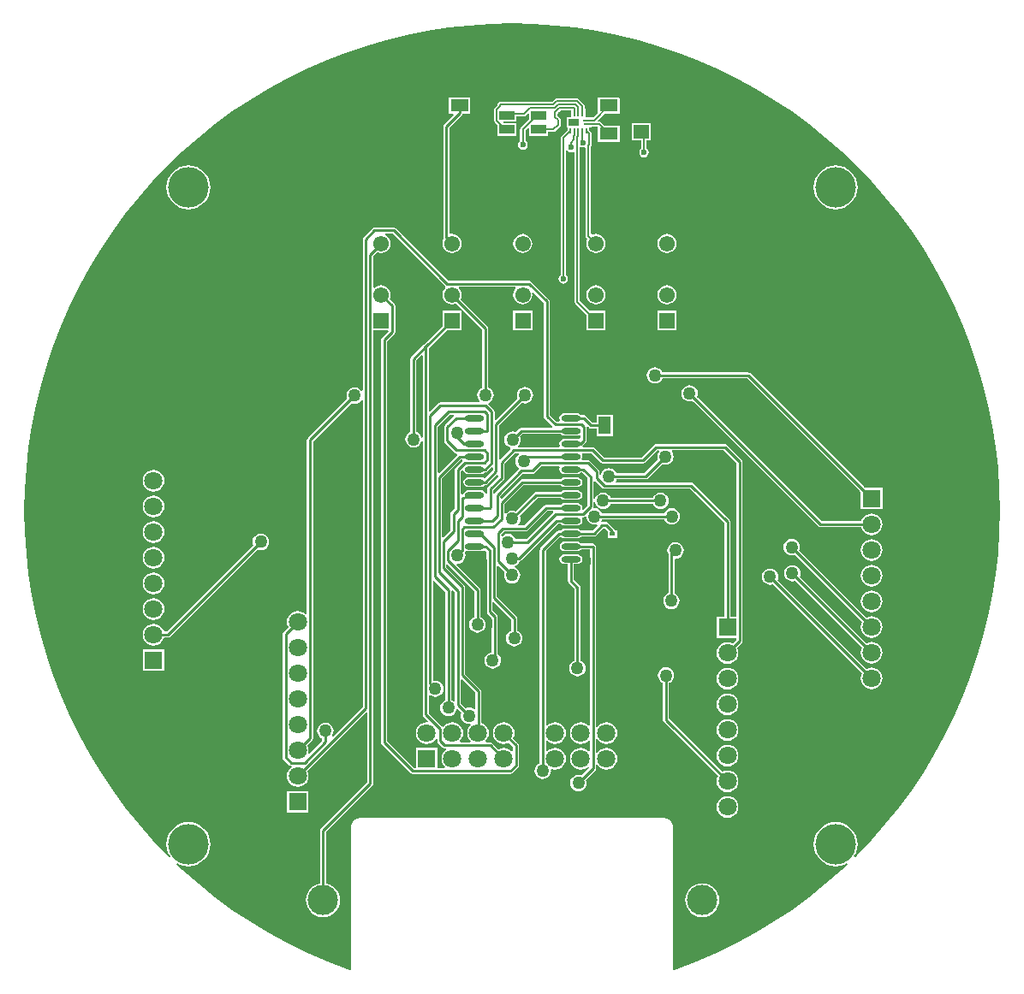
<source format=gtl>
G04 Layer_Physical_Order=1*
G04 Layer_Color=25308*
%FSLAX24Y24*%
%MOIN*%
G70*
G01*
G75*
%ADD10R,0.0217X0.0177*%
%ADD11O,0.0748X0.0236*%
%ADD12R,0.0610X0.0532*%
%ADD13R,0.0591X0.0354*%
%ADD14R,0.0417X0.0276*%
%ADD15R,0.0098X0.0248*%
%ADD16R,0.0248X0.0098*%
%ADD17R,0.0287X0.0098*%
%ADD18R,0.0512X0.0709*%
%ADD19R,0.0709X0.0512*%
%ADD20C,0.0100*%
%ADD21C,0.0067*%
%ADD22C,0.1575*%
%ADD23C,0.0709*%
%ADD24R,0.0709X0.0709*%
%ADD25C,0.0709*%
%ADD26R,0.0709X0.0709*%
%ADD27C,0.1181*%
%ADD28R,0.0610X0.0610*%
%ADD29C,0.0610*%
%ADD30C,0.0500*%
%ADD31C,0.0236*%
G36*
X30828Y48420D02*
X31655Y48365D01*
X32478Y48275D01*
X33297Y48149D01*
X34110Y47988D01*
X34914Y47791D01*
X35710Y47559D01*
X36494Y47293D01*
X37266Y46992D01*
X38025Y46659D01*
X38768Y46292D01*
X39494Y45894D01*
X40202Y45464D01*
X40891Y45004D01*
X41559Y44514D01*
X42205Y43995D01*
X42828Y43449D01*
X43426Y42876D01*
X43999Y42278D01*
X44545Y41655D01*
X45064Y41009D01*
X45554Y40341D01*
X46014Y39652D01*
X46444Y38944D01*
X46842Y38218D01*
X47209Y37475D01*
X47542Y36716D01*
X47843Y35944D01*
X48109Y35160D01*
X48341Y34364D01*
X48538Y33560D01*
X48699Y32747D01*
X48825Y31928D01*
X48915Y31105D01*
X48970Y30278D01*
X48988Y29450D01*
X48970Y28622D01*
X48915Y27795D01*
X48825Y26972D01*
X48699Y26153D01*
X48538Y25340D01*
X48341Y24536D01*
X48109Y23740D01*
X47843Y22956D01*
X47542Y22184D01*
X47209Y21425D01*
X46842Y20682D01*
X46444Y19956D01*
X46014Y19248D01*
X45554Y18559D01*
X45064Y17891D01*
X44545Y17245D01*
X43999Y16622D01*
X43426Y16024D01*
X43352Y15952D01*
X43312Y15981D01*
X43392Y16129D01*
X43440Y16290D01*
X43457Y16458D01*
X43440Y16625D01*
X43392Y16786D01*
X43312Y16935D01*
X43205Y17065D01*
X43075Y17172D01*
X42927Y17251D01*
X42766Y17300D01*
X42598Y17316D01*
X42431Y17300D01*
X42270Y17251D01*
X42122Y17172D01*
X41991Y17065D01*
X41885Y16935D01*
X41805Y16786D01*
X41756Y16625D01*
X41740Y16458D01*
X41756Y16290D01*
X41805Y16129D01*
X41885Y15981D01*
X41991Y15851D01*
X42122Y15744D01*
X42270Y15665D01*
X42431Y15616D01*
X42598Y15599D01*
X42766Y15616D01*
X42927Y15665D01*
X43045Y15728D01*
X43075Y15687D01*
X42828Y15451D01*
X42205Y14905D01*
X41559Y14386D01*
X40891Y13896D01*
X40202Y13436D01*
X39494Y13006D01*
X38768Y12608D01*
X38025Y12241D01*
X37266Y11908D01*
X36494Y11607D01*
X36291Y11539D01*
X36251Y11568D01*
Y17167D01*
X36240Y17246D01*
X36210Y17319D01*
X36161Y17383D01*
X36098Y17431D01*
X36024Y17462D01*
X35945Y17472D01*
X24048D01*
X24048Y17472D01*
X23978Y17463D01*
X23969Y17462D01*
X23895Y17431D01*
X23832Y17383D01*
X23783Y17319D01*
X23753Y17246D01*
X23751Y17236D01*
X23742Y17167D01*
X23742Y17167D01*
X23742Y11570D01*
X23702Y11541D01*
X23506Y11607D01*
X22734Y11908D01*
X21975Y12241D01*
X21232Y12608D01*
X20506Y13006D01*
X19798Y13436D01*
X19109Y13896D01*
X18441Y14386D01*
X17795Y14905D01*
X17172Y15451D01*
X16925Y15687D01*
X16955Y15728D01*
X17073Y15665D01*
X17234Y15616D01*
X17402Y15599D01*
X17569Y15616D01*
X17730Y15665D01*
X17879Y15744D01*
X18009Y15851D01*
X18115Y15981D01*
X18195Y16129D01*
X18244Y16290D01*
X18260Y16458D01*
X18244Y16625D01*
X18195Y16786D01*
X18115Y16935D01*
X18009Y17065D01*
X17879Y17172D01*
X17730Y17251D01*
X17569Y17300D01*
X17402Y17316D01*
X17234Y17300D01*
X17073Y17251D01*
X16925Y17172D01*
X16795Y17065D01*
X16688Y16935D01*
X16608Y16786D01*
X16560Y16625D01*
X16543Y16458D01*
X16560Y16290D01*
X16608Y16129D01*
X16688Y15981D01*
X16648Y15952D01*
X16574Y16024D01*
X16001Y16622D01*
X15455Y17245D01*
X14936Y17891D01*
X14446Y18559D01*
X13986Y19248D01*
X13556Y19956D01*
X13158Y20682D01*
X12791Y21425D01*
X12458Y22184D01*
X12157Y22956D01*
X11891Y23740D01*
X11659Y24536D01*
X11462Y25340D01*
X11301Y26153D01*
X11175Y26972D01*
X11085Y27795D01*
X11030Y28622D01*
X11012Y29450D01*
X11030Y30278D01*
X11085Y31105D01*
X11175Y31928D01*
X11301Y32747D01*
X11462Y33560D01*
X11659Y34364D01*
X11891Y35160D01*
X12157Y35944D01*
X12458Y36716D01*
X12791Y37475D01*
X13158Y38218D01*
X13556Y38944D01*
X13986Y39652D01*
X14446Y40341D01*
X14936Y41009D01*
X15455Y41655D01*
X16001Y42278D01*
X16574Y42876D01*
X17172Y43449D01*
X17795Y43995D01*
X18441Y44514D01*
X19109Y45004D01*
X19798Y45464D01*
X20506Y45894D01*
X21232Y46292D01*
X21975Y46659D01*
X22734Y46992D01*
X23506Y47293D01*
X24290Y47559D01*
X25086Y47791D01*
X25890Y47988D01*
X26703Y48149D01*
X27522Y48275D01*
X28345Y48365D01*
X29172Y48420D01*
X30000Y48438D01*
X30828Y48420D01*
D02*
G37*
%LPC*%
G36*
X36910Y34340D02*
X36827Y34329D01*
X36750Y34297D01*
X36684Y34246D01*
X36633Y34180D01*
X36601Y34103D01*
X36590Y34020D01*
X36601Y33937D01*
X36633Y33860D01*
X36684Y33794D01*
X36750Y33743D01*
X36827Y33711D01*
X36910Y33700D01*
X36993Y33711D01*
X37033Y33728D01*
X41924Y28837D01*
X41963Y28811D01*
X42009Y28802D01*
X43589D01*
X43628Y28709D01*
X43696Y28621D01*
X43784Y28553D01*
X43886Y28511D01*
X43996Y28496D01*
X44106Y28511D01*
X44209Y28553D01*
X44296Y28621D01*
X44364Y28709D01*
X44406Y28811D01*
X44421Y28921D01*
X44406Y29031D01*
X44364Y29134D01*
X44296Y29222D01*
X44209Y29289D01*
X44106Y29332D01*
X43996Y29346D01*
X43886Y29332D01*
X43784Y29289D01*
X43696Y29222D01*
X43628Y29134D01*
X43589Y29040D01*
X42058D01*
X37202Y33897D01*
X37219Y33937D01*
X37230Y34020D01*
X37219Y34103D01*
X37187Y34180D01*
X37136Y34246D01*
X37070Y34297D01*
X36993Y34329D01*
X36910Y34340D01*
D02*
G37*
G36*
X16043Y30047D02*
X15933Y30032D01*
X15831Y29990D01*
X15743Y29922D01*
X15675Y29834D01*
X15633Y29732D01*
X15618Y29622D01*
X15633Y29512D01*
X15675Y29410D01*
X15743Y29322D01*
X15831Y29254D01*
X15933Y29212D01*
X16043Y29197D01*
X16153Y29212D01*
X16256Y29254D01*
X16344Y29322D01*
X16411Y29410D01*
X16454Y29512D01*
X16468Y29622D01*
X16454Y29732D01*
X16411Y29834D01*
X16344Y29922D01*
X16256Y29990D01*
X16153Y30032D01*
X16043Y30047D01*
D02*
G37*
G36*
X40041Y27196D02*
X39958Y27185D01*
X39881Y27153D01*
X39815Y27103D01*
X39764Y27036D01*
X39732Y26959D01*
X39721Y26877D01*
X39732Y26794D01*
X39764Y26717D01*
X39815Y26651D01*
X39881Y26600D01*
X39958Y26568D01*
X40041Y26557D01*
X40123Y26568D01*
X40164Y26585D01*
X43624Y23124D01*
X43586Y23031D01*
X43571Y22921D01*
X43586Y22811D01*
X43628Y22709D01*
X43696Y22621D01*
X43784Y22553D01*
X43886Y22511D01*
X43996Y22496D01*
X44106Y22511D01*
X44209Y22553D01*
X44296Y22621D01*
X44364Y22709D01*
X44406Y22811D01*
X44421Y22921D01*
X44406Y23031D01*
X44364Y23134D01*
X44296Y23222D01*
X44209Y23289D01*
X44106Y23332D01*
X43996Y23346D01*
X43886Y23332D01*
X43793Y23293D01*
X40333Y26753D01*
X40349Y26794D01*
X40360Y26877D01*
X40349Y26959D01*
X40318Y27036D01*
X40267Y27103D01*
X40200Y27153D01*
X40123Y27185D01*
X40041Y27196D01*
D02*
G37*
G36*
X38386Y23326D02*
X38276Y23312D01*
X38173Y23270D01*
X38085Y23202D01*
X38018Y23114D01*
X37975Y23012D01*
X37961Y22902D01*
X37975Y22792D01*
X38018Y22689D01*
X38085Y22601D01*
X38173Y22534D01*
X38276Y22491D01*
X38386Y22477D01*
X38496Y22491D01*
X38598Y22534D01*
X38686Y22601D01*
X38754Y22689D01*
X38796Y22792D01*
X38811Y22902D01*
X38796Y23012D01*
X38754Y23114D01*
X38686Y23202D01*
X38598Y23270D01*
X38496Y23312D01*
X38386Y23326D01*
D02*
G37*
G36*
X16465Y24043D02*
X15622D01*
Y23201D01*
X16465D01*
Y24043D01*
D02*
G37*
G36*
X32539Y27754D02*
X32028D01*
X31955Y27739D01*
X31894Y27698D01*
X31853Y27637D01*
X31839Y27565D01*
X31853Y27493D01*
X31894Y27432D01*
X31955Y27391D01*
X32028Y27376D01*
X32174D01*
Y26710D01*
X32183Y26664D01*
X32209Y26626D01*
X32421Y26414D01*
Y23604D01*
X32380Y23587D01*
X32314Y23536D01*
X32263Y23470D01*
X32231Y23393D01*
X32220Y23310D01*
X32231Y23227D01*
X32263Y23150D01*
X32314Y23084D01*
X32380Y23033D01*
X32457Y23001D01*
X32540Y22990D01*
X32623Y23001D01*
X32700Y23033D01*
X32766Y23084D01*
X32817Y23150D01*
X32849Y23227D01*
X32860Y23310D01*
X32849Y23393D01*
X32817Y23470D01*
X32766Y23536D01*
X32700Y23587D01*
X32659Y23604D01*
Y26463D01*
X32650Y26509D01*
X32624Y26547D01*
X32412Y26759D01*
Y27376D01*
X32539D01*
X32612Y27391D01*
X32673Y27432D01*
X32714Y27493D01*
X32728Y27565D01*
X32714Y27637D01*
X32673Y27698D01*
X32612Y27739D01*
X32539Y27754D01*
D02*
G37*
G36*
X16043Y31047D02*
X15933Y31032D01*
X15831Y30990D01*
X15743Y30922D01*
X15675Y30834D01*
X15633Y30732D01*
X15618Y30622D01*
X15633Y30512D01*
X15675Y30410D01*
X15743Y30322D01*
X15831Y30254D01*
X15933Y30212D01*
X16043Y30197D01*
X16153Y30212D01*
X16256Y30254D01*
X16344Y30322D01*
X16411Y30410D01*
X16454Y30512D01*
X16468Y30622D01*
X16454Y30732D01*
X16411Y30834D01*
X16344Y30922D01*
X16256Y30990D01*
X16153Y31032D01*
X16043Y31047D01*
D02*
G37*
G36*
X35560Y35040D02*
X35477Y35029D01*
X35400Y34997D01*
X35334Y34946D01*
X35283Y34880D01*
X35251Y34803D01*
X35240Y34720D01*
X35251Y34637D01*
X35283Y34560D01*
X35334Y34494D01*
X35400Y34443D01*
X35477Y34411D01*
X35560Y34400D01*
X35643Y34411D01*
X35720Y34443D01*
X35786Y34494D01*
X35837Y34560D01*
X35854Y34601D01*
X39148D01*
X43575Y30174D01*
Y29500D01*
X44417D01*
Y30343D01*
X43743D01*
X39282Y34804D01*
X39243Y34830D01*
X39197Y34839D01*
X35854D01*
X35837Y34880D01*
X35786Y34946D01*
X35720Y34997D01*
X35643Y35029D01*
X35560Y35040D01*
D02*
G37*
G36*
X40907Y27330D02*
X40825Y27319D01*
X40747Y27287D01*
X40681Y27236D01*
X40630Y27170D01*
X40599Y27093D01*
X40588Y27010D01*
X40599Y26927D01*
X40630Y26850D01*
X40681Y26784D01*
X40747Y26733D01*
X40825Y26701D01*
X40907Y26690D01*
X40990Y26701D01*
X41031Y26718D01*
X43624Y24124D01*
X43586Y24031D01*
X43571Y23921D01*
X43586Y23811D01*
X43628Y23709D01*
X43696Y23621D01*
X43784Y23553D01*
X43886Y23511D01*
X43996Y23496D01*
X44106Y23511D01*
X44209Y23553D01*
X44296Y23621D01*
X44364Y23709D01*
X44406Y23811D01*
X44421Y23921D01*
X44406Y24031D01*
X44364Y24134D01*
X44296Y24222D01*
X44209Y24289D01*
X44106Y24332D01*
X43996Y24346D01*
X43886Y24332D01*
X43793Y24293D01*
X41199Y26887D01*
X41216Y26927D01*
X41227Y27010D01*
X41216Y27093D01*
X41184Y27170D01*
X41133Y27236D01*
X41067Y27287D01*
X40990Y27319D01*
X40907Y27330D01*
D02*
G37*
G36*
X16043Y27047D02*
X15933Y27032D01*
X15831Y26990D01*
X15743Y26922D01*
X15675Y26834D01*
X15633Y26732D01*
X15618Y26622D01*
X15633Y26512D01*
X15675Y26410D01*
X15743Y26322D01*
X15831Y26254D01*
X15933Y26212D01*
X16043Y26197D01*
X16153Y26212D01*
X16256Y26254D01*
X16344Y26322D01*
X16411Y26410D01*
X16454Y26512D01*
X16468Y26622D01*
X16454Y26732D01*
X16411Y26834D01*
X16344Y26922D01*
X16256Y26990D01*
X16153Y27032D01*
X16043Y27047D01*
D02*
G37*
G36*
X43996Y27346D02*
X43886Y27332D01*
X43784Y27289D01*
X43696Y27222D01*
X43628Y27134D01*
X43586Y27031D01*
X43571Y26921D01*
X43586Y26811D01*
X43628Y26709D01*
X43696Y26621D01*
X43784Y26553D01*
X43886Y26511D01*
X43996Y26496D01*
X44106Y26511D01*
X44209Y26553D01*
X44296Y26621D01*
X44364Y26709D01*
X44406Y26811D01*
X44421Y26921D01*
X44406Y27031D01*
X44364Y27134D01*
X44296Y27222D01*
X44209Y27289D01*
X44106Y27332D01*
X43996Y27346D01*
D02*
G37*
G36*
Y26346D02*
X43886Y26332D01*
X43784Y26289D01*
X43696Y26222D01*
X43628Y26134D01*
X43586Y26031D01*
X43571Y25921D01*
X43586Y25811D01*
X43628Y25709D01*
X43696Y25621D01*
X43784Y25553D01*
X43886Y25511D01*
X43996Y25496D01*
X44106Y25511D01*
X44209Y25553D01*
X44296Y25621D01*
X44364Y25709D01*
X44406Y25811D01*
X44421Y25921D01*
X44406Y26031D01*
X44364Y26134D01*
X44296Y26222D01*
X44209Y26289D01*
X44106Y26332D01*
X43996Y26346D01*
D02*
G37*
G36*
X40887Y28350D02*
X40805Y28339D01*
X40727Y28307D01*
X40661Y28256D01*
X40610Y28190D01*
X40579Y28113D01*
X40568Y28030D01*
X40579Y27947D01*
X40610Y27870D01*
X40661Y27804D01*
X40727Y27753D01*
X40805Y27721D01*
X40887Y27710D01*
X40970Y27721D01*
X41011Y27738D01*
X43624Y25124D01*
X43586Y25031D01*
X43571Y24921D01*
X43586Y24811D01*
X43628Y24709D01*
X43696Y24621D01*
X43784Y24553D01*
X43886Y24511D01*
X43996Y24496D01*
X44106Y24511D01*
X44209Y24553D01*
X44296Y24621D01*
X44364Y24709D01*
X44406Y24811D01*
X44421Y24921D01*
X44406Y25031D01*
X44364Y25134D01*
X44296Y25222D01*
X44209Y25289D01*
X44106Y25332D01*
X43996Y25346D01*
X43886Y25332D01*
X43793Y25293D01*
X41179Y27907D01*
X41196Y27947D01*
X41207Y28030D01*
X41196Y28113D01*
X41164Y28190D01*
X41113Y28256D01*
X41047Y28307D01*
X40970Y28339D01*
X40887Y28350D01*
D02*
G37*
G36*
X16043Y26047D02*
X15933Y26032D01*
X15831Y25990D01*
X15743Y25922D01*
X15675Y25834D01*
X15633Y25732D01*
X15618Y25622D01*
X15633Y25512D01*
X15675Y25410D01*
X15743Y25322D01*
X15831Y25254D01*
X15933Y25212D01*
X16043Y25197D01*
X16153Y25212D01*
X16256Y25254D01*
X16344Y25322D01*
X16411Y25410D01*
X16454Y25512D01*
X16468Y25622D01*
X16454Y25732D01*
X16411Y25834D01*
X16344Y25922D01*
X16256Y25990D01*
X16153Y26032D01*
X16043Y26047D01*
D02*
G37*
G36*
X20220Y28560D02*
X20137Y28549D01*
X20060Y28517D01*
X19994Y28466D01*
X19943Y28400D01*
X19911Y28323D01*
X19900Y28240D01*
X19911Y28157D01*
X19928Y28117D01*
X16553Y24741D01*
X16450D01*
X16411Y24834D01*
X16344Y24922D01*
X16256Y24990D01*
X16153Y25032D01*
X16043Y25047D01*
X15933Y25032D01*
X15831Y24990D01*
X15743Y24922D01*
X15675Y24834D01*
X15633Y24732D01*
X15618Y24622D01*
X15633Y24512D01*
X15675Y24410D01*
X15743Y24322D01*
X15831Y24254D01*
X15933Y24212D01*
X16043Y24197D01*
X16153Y24212D01*
X16256Y24254D01*
X16344Y24322D01*
X16411Y24410D01*
X16450Y24503D01*
X16602D01*
X16648Y24512D01*
X16686Y24538D01*
X20097Y27948D01*
X20137Y27931D01*
X20220Y27920D01*
X20303Y27931D01*
X20380Y27963D01*
X20446Y28014D01*
X20497Y28080D01*
X20529Y28157D01*
X20540Y28240D01*
X20529Y28323D01*
X20497Y28400D01*
X20446Y28466D01*
X20380Y28517D01*
X20303Y28549D01*
X20220Y28560D01*
D02*
G37*
G36*
X16043Y29047D02*
X15933Y29032D01*
X15831Y28990D01*
X15743Y28922D01*
X15675Y28834D01*
X15633Y28732D01*
X15618Y28622D01*
X15633Y28512D01*
X15675Y28410D01*
X15743Y28322D01*
X15831Y28254D01*
X15933Y28212D01*
X16043Y28197D01*
X16153Y28212D01*
X16256Y28254D01*
X16344Y28322D01*
X16411Y28410D01*
X16454Y28512D01*
X16468Y28622D01*
X16454Y28732D01*
X16411Y28834D01*
X16344Y28922D01*
X16256Y28990D01*
X16153Y29032D01*
X16043Y29047D01*
D02*
G37*
G36*
X36360Y28220D02*
X36277Y28209D01*
X36200Y28177D01*
X36134Y28126D01*
X36083Y28060D01*
X36051Y27983D01*
X36040Y27900D01*
X36051Y27817D01*
X36082Y27744D01*
X36081Y27740D01*
Y26234D01*
X36040Y26217D01*
X35974Y26166D01*
X35923Y26100D01*
X35891Y26023D01*
X35880Y25940D01*
X35891Y25857D01*
X35923Y25780D01*
X35974Y25714D01*
X36040Y25663D01*
X36117Y25631D01*
X36200Y25620D01*
X36283Y25631D01*
X36360Y25663D01*
X36426Y25714D01*
X36477Y25780D01*
X36509Y25857D01*
X36520Y25940D01*
X36509Y26023D01*
X36477Y26100D01*
X36426Y26166D01*
X36360Y26217D01*
X36319Y26234D01*
Y27548D01*
X36357Y27581D01*
X36360Y27580D01*
X36443Y27591D01*
X36520Y27623D01*
X36586Y27674D01*
X36637Y27740D01*
X36669Y27817D01*
X36680Y27900D01*
X36669Y27983D01*
X36637Y28060D01*
X36586Y28126D01*
X36520Y28177D01*
X36443Y28209D01*
X36360Y28220D01*
D02*
G37*
G36*
X16043Y28047D02*
X15933Y28032D01*
X15831Y27990D01*
X15743Y27922D01*
X15675Y27834D01*
X15633Y27732D01*
X15618Y27622D01*
X15633Y27512D01*
X15675Y27410D01*
X15743Y27322D01*
X15831Y27254D01*
X15933Y27212D01*
X16043Y27197D01*
X16153Y27212D01*
X16256Y27254D01*
X16344Y27322D01*
X16411Y27410D01*
X16454Y27512D01*
X16468Y27622D01*
X16454Y27732D01*
X16411Y27834D01*
X16344Y27922D01*
X16256Y27990D01*
X16153Y28032D01*
X16043Y28047D01*
D02*
G37*
G36*
X43996Y28346D02*
X43886Y28332D01*
X43784Y28289D01*
X43696Y28222D01*
X43628Y28134D01*
X43586Y28031D01*
X43571Y27921D01*
X43586Y27811D01*
X43628Y27709D01*
X43696Y27621D01*
X43784Y27553D01*
X43886Y27511D01*
X43996Y27496D01*
X44106Y27511D01*
X44209Y27553D01*
X44296Y27621D01*
X44364Y27709D01*
X44406Y27811D01*
X44421Y27921D01*
X44406Y28031D01*
X44364Y28134D01*
X44296Y28222D01*
X44209Y28289D01*
X44106Y28332D01*
X43996Y28346D01*
D02*
G37*
G36*
X28374Y45559D02*
X27531D01*
Y44913D01*
X27699D01*
X27719Y44867D01*
X27356Y44504D01*
X27330Y44466D01*
X27321Y44420D01*
Y40080D01*
X27329Y40041D01*
X27295Y39959D01*
X27282Y39862D01*
X27295Y39765D01*
X27332Y39675D01*
X27392Y39597D01*
X27470Y39537D01*
X27560Y39500D01*
X27657Y39487D01*
X27754Y39500D01*
X27845Y39537D01*
X27923Y39597D01*
X27982Y39675D01*
X28020Y39765D01*
X28033Y39862D01*
X28020Y39959D01*
X27982Y40050D01*
X27923Y40128D01*
X27845Y40187D01*
X27754Y40225D01*
X27657Y40237D01*
X27609Y40231D01*
X27559Y40275D01*
Y44371D01*
X28037Y44848D01*
X28063Y44887D01*
X28068Y44913D01*
X28374D01*
Y45559D01*
D02*
G37*
G36*
X30413Y40237D02*
X30316Y40225D01*
X30226Y40187D01*
X30148Y40128D01*
X30088Y40050D01*
X30051Y39959D01*
X30038Y39862D01*
X30051Y39765D01*
X30088Y39675D01*
X30148Y39597D01*
X30226Y39537D01*
X30316Y39500D01*
X30413Y39487D01*
X30510Y39500D01*
X30601Y39537D01*
X30679Y39597D01*
X30738Y39675D01*
X30776Y39765D01*
X30789Y39862D01*
X30776Y39959D01*
X30738Y40050D01*
X30679Y40128D01*
X30601Y40187D01*
X30510Y40225D01*
X30413Y40237D01*
D02*
G37*
G36*
X36023Y38237D02*
X35926Y38225D01*
X35836Y38187D01*
X35758Y38128D01*
X35699Y38050D01*
X35661Y37959D01*
X35648Y37862D01*
X35661Y37765D01*
X35699Y37675D01*
X35758Y37597D01*
X35836Y37537D01*
X35926Y37500D01*
X36023Y37487D01*
X36121Y37500D01*
X36211Y37537D01*
X36289Y37597D01*
X36348Y37675D01*
X36386Y37765D01*
X36399Y37862D01*
X36386Y37959D01*
X36348Y38050D01*
X36289Y38128D01*
X36211Y38187D01*
X36121Y38225D01*
X36023Y38237D01*
D02*
G37*
G36*
X37402Y14932D02*
X37273Y14920D01*
X37149Y14882D01*
X37035Y14821D01*
X36934Y14739D01*
X36852Y14639D01*
X36791Y14524D01*
X36754Y14401D01*
X36741Y14272D01*
X36754Y14143D01*
X36791Y14019D01*
X36852Y13905D01*
X36934Y13805D01*
X37035Y13722D01*
X37149Y13661D01*
X37273Y13624D01*
X37402Y13611D01*
X37530Y13624D01*
X37654Y13661D01*
X37769Y13722D01*
X37869Y13805D01*
X37951Y13905D01*
X38012Y14019D01*
X38050Y14143D01*
X38062Y14272D01*
X38050Y14401D01*
X38012Y14524D01*
X37951Y14639D01*
X37869Y14739D01*
X37769Y14821D01*
X37654Y14882D01*
X37530Y14920D01*
X37402Y14932D01*
D02*
G37*
G36*
X36023Y40237D02*
X35926Y40225D01*
X35836Y40187D01*
X35758Y40128D01*
X35699Y40050D01*
X35661Y39959D01*
X35648Y39862D01*
X35661Y39765D01*
X35699Y39675D01*
X35758Y39597D01*
X35836Y39537D01*
X35926Y39500D01*
X36023Y39487D01*
X36121Y39500D01*
X36211Y39537D01*
X36289Y39597D01*
X36348Y39675D01*
X36386Y39765D01*
X36399Y39862D01*
X36386Y39959D01*
X36348Y40050D01*
X36289Y40128D01*
X36211Y40187D01*
X36121Y40225D01*
X36023Y40237D01*
D02*
G37*
G36*
X35411Y44535D02*
X34667D01*
Y43870D01*
X35035D01*
Y43560D01*
X35004Y43539D01*
X34963Y43478D01*
X34949Y43406D01*
X34963Y43333D01*
X35004Y43272D01*
X35066Y43231D01*
X35138Y43217D01*
X35210Y43231D01*
X35271Y43272D01*
X35312Y43333D01*
X35326Y43406D01*
X35312Y43478D01*
X35271Y43539D01*
X35240Y43560D01*
Y43870D01*
X35411D01*
Y44535D01*
D02*
G37*
G36*
X34181Y45559D02*
X33339D01*
Y44960D01*
X33148Y44770D01*
X33098Y44772D01*
Y44781D01*
X32852D01*
Y45106D01*
X32831D01*
Y45203D01*
X32823Y45243D01*
X32801Y45276D01*
X32597Y45480D01*
X32563Y45502D01*
X32557Y45503D01*
X32524Y45510D01*
X31728D01*
X31689Y45502D01*
X31655Y45480D01*
X31554Y45379D01*
X29529D01*
X29489Y45371D01*
X29456Y45349D01*
X29434Y45316D01*
X29426Y45277D01*
Y45247D01*
X29335Y45156D01*
X29313Y45123D01*
X29312Y45117D01*
X29305Y45084D01*
Y44646D01*
X29312Y44614D01*
X29313Y44607D01*
X29335Y44574D01*
X29441Y44468D01*
Y44064D01*
X30165D01*
Y44552D01*
X29666D01*
X29652Y44571D01*
X29677Y44621D01*
X30165D01*
Y44813D01*
X30459D01*
X30492Y44819D01*
X30499Y44821D01*
X30532Y44843D01*
X30615Y44926D01*
X30661Y44907D01*
Y44704D01*
X30341Y44384D01*
X30319Y44350D01*
X30318Y44344D01*
X30311Y44311D01*
Y43855D01*
X30280Y43834D01*
X30239Y43773D01*
X30225Y43701D01*
X30239Y43629D01*
X30280Y43567D01*
X30341Y43526D01*
X30413Y43512D01*
X30486Y43526D01*
X30547Y43567D01*
X30588Y43629D01*
X30602Y43701D01*
X30588Y43773D01*
X30547Y43834D01*
X30516Y43855D01*
Y44269D01*
X30615Y44368D01*
X30661Y44349D01*
Y44063D01*
X31386D01*
Y44205D01*
X31610D01*
X31643Y44211D01*
X31649Y44213D01*
X31683Y44235D01*
X31864Y44416D01*
X31886Y44449D01*
X31887Y44456D01*
X31894Y44488D01*
Y44671D01*
X31887Y44704D01*
X31886Y44710D01*
X31864Y44744D01*
X31774Y44834D01*
Y44930D01*
X31881Y45037D01*
X32305D01*
Y44791D01*
X32126D01*
Y44382D01*
X32148D01*
Y44286D01*
X31916Y44055D01*
X31894Y44021D01*
X31892Y44015D01*
X31886Y43982D01*
Y38638D01*
X31855Y38618D01*
X31814Y38556D01*
X31800Y38484D01*
X31814Y38412D01*
X31855Y38351D01*
X31916Y38310D01*
X31988Y38296D01*
X32060Y38310D01*
X32122Y38351D01*
X32162Y38412D01*
X32177Y38484D01*
X32162Y38556D01*
X32122Y38618D01*
X32091Y38638D01*
Y43468D01*
X32141Y43483D01*
X32150Y43469D01*
X32211Y43428D01*
X32283Y43414D01*
X32356Y43428D01*
X32389Y43450D01*
X32439Y43424D01*
Y37588D01*
X32445Y37556D01*
X32447Y37549D01*
X32469Y37516D01*
X32896Y37089D01*
Y36490D01*
X33640D01*
Y37234D01*
X33040D01*
X32644Y37631D01*
Y43612D01*
X32688Y43635D01*
X32703Y43625D01*
X32776Y43611D01*
X32820Y43619D01*
X32870Y43584D01*
Y40157D01*
X32877Y40125D01*
X32878Y40118D01*
X32900Y40085D01*
X32940Y40045D01*
X32905Y39959D01*
X32892Y39862D01*
X32905Y39765D01*
X32943Y39675D01*
X33002Y39597D01*
X33080Y39537D01*
X33170Y39500D01*
X33268Y39487D01*
X33365Y39500D01*
X33455Y39537D01*
X33533Y39597D01*
X33593Y39675D01*
X33630Y39765D01*
X33643Y39862D01*
X33630Y39959D01*
X33593Y40050D01*
X33533Y40128D01*
X33455Y40187D01*
X33365Y40225D01*
X33268Y40237D01*
X33170Y40225D01*
X33125Y40206D01*
X33075Y40239D01*
Y43649D01*
X33089Y43670D01*
X33090Y43676D01*
X33096Y43709D01*
Y44157D01*
X33089Y44197D01*
X33066Y44230D01*
X33010Y44286D01*
Y44392D01*
X33098D01*
Y44405D01*
X33339D01*
Y43811D01*
X34181D01*
Y44457D01*
X33582D01*
X33458Y44580D01*
X33425Y44602D01*
X33419Y44604D01*
X33386Y44610D01*
X33344D01*
X33325Y44656D01*
X33582Y44913D01*
X34181D01*
Y45559D01*
D02*
G37*
G36*
X17402Y42907D02*
X17234Y42890D01*
X17073Y42842D01*
X16925Y42762D01*
X16795Y42655D01*
X16688Y42525D01*
X16608Y42377D01*
X16560Y42216D01*
X16543Y42048D01*
X16560Y41881D01*
X16608Y41720D01*
X16688Y41571D01*
X16795Y41441D01*
X16925Y41335D01*
X17073Y41255D01*
X17234Y41206D01*
X17402Y41190D01*
X17569Y41206D01*
X17730Y41255D01*
X17879Y41335D01*
X18009Y41441D01*
X18115Y41571D01*
X18195Y41720D01*
X18244Y41881D01*
X18260Y42048D01*
X18244Y42216D01*
X18195Y42377D01*
X18115Y42525D01*
X18009Y42655D01*
X17879Y42762D01*
X17730Y42842D01*
X17569Y42890D01*
X17402Y42907D01*
D02*
G37*
G36*
X42598D02*
X42431Y42890D01*
X42270Y42842D01*
X42122Y42762D01*
X41991Y42655D01*
X41885Y42525D01*
X41805Y42377D01*
X41756Y42216D01*
X41740Y42048D01*
X41756Y41881D01*
X41805Y41720D01*
X41885Y41571D01*
X41991Y41441D01*
X42122Y41335D01*
X42270Y41255D01*
X42431Y41206D01*
X42598Y41190D01*
X42766Y41206D01*
X42927Y41255D01*
X43075Y41335D01*
X43205Y41441D01*
X43312Y41571D01*
X43392Y41720D01*
X43440Y41881D01*
X43457Y42048D01*
X43440Y42216D01*
X43392Y42377D01*
X43312Y42525D01*
X43205Y42655D01*
X43075Y42762D01*
X42927Y42842D01*
X42766Y42890D01*
X42598Y42907D01*
D02*
G37*
G36*
X33268Y38237D02*
X33170Y38225D01*
X33080Y38187D01*
X33002Y38128D01*
X32943Y38050D01*
X32905Y37959D01*
X32892Y37862D01*
X32905Y37765D01*
X32943Y37675D01*
X33002Y37597D01*
X33080Y37537D01*
X33170Y37500D01*
X33268Y37487D01*
X33365Y37500D01*
X33455Y37537D01*
X33533Y37597D01*
X33593Y37675D01*
X33630Y37765D01*
X33643Y37862D01*
X33630Y37959D01*
X33593Y38050D01*
X33533Y38128D01*
X33455Y38187D01*
X33365Y38225D01*
X33268Y38237D01*
D02*
G37*
G36*
X38386Y21326D02*
X38276Y21312D01*
X38173Y21270D01*
X38085Y21202D01*
X38018Y21114D01*
X37975Y21012D01*
X37961Y20902D01*
X37975Y20792D01*
X38018Y20689D01*
X38085Y20601D01*
X38173Y20534D01*
X38276Y20491D01*
X38386Y20477D01*
X38496Y20491D01*
X38598Y20534D01*
X38686Y20601D01*
X38754Y20689D01*
X38796Y20792D01*
X38811Y20902D01*
X38796Y21012D01*
X38754Y21114D01*
X38686Y21202D01*
X38598Y21270D01*
X38496Y21312D01*
X38386Y21326D01*
D02*
G37*
G36*
Y20326D02*
X38276Y20312D01*
X38173Y20270D01*
X38085Y20202D01*
X38018Y20114D01*
X37975Y20012D01*
X37961Y19902D01*
X37975Y19792D01*
X38018Y19689D01*
X38085Y19601D01*
X38173Y19534D01*
X38276Y19491D01*
X38386Y19477D01*
X38496Y19491D01*
X38598Y19534D01*
X38686Y19601D01*
X38754Y19689D01*
X38796Y19792D01*
X38811Y19902D01*
X38796Y20012D01*
X38754Y20114D01*
X38686Y20202D01*
X38598Y20270D01*
X38496Y20312D01*
X38386Y20326D01*
D02*
G37*
G36*
Y22326D02*
X38276Y22312D01*
X38173Y22270D01*
X38085Y22202D01*
X38018Y22114D01*
X37975Y22012D01*
X37961Y21902D01*
X37975Y21792D01*
X38018Y21689D01*
X38085Y21601D01*
X38173Y21534D01*
X38276Y21491D01*
X38386Y21477D01*
X38496Y21491D01*
X38598Y21534D01*
X38686Y21601D01*
X38754Y21689D01*
X38796Y21792D01*
X38811Y21902D01*
X38796Y22012D01*
X38754Y22114D01*
X38686Y22202D01*
X38598Y22270D01*
X38496Y22312D01*
X38386Y22326D01*
D02*
G37*
G36*
X32539Y28254D02*
X32028D01*
X31955Y28239D01*
X31894Y28198D01*
X31853Y28137D01*
X31839Y28065D01*
X31853Y27993D01*
X31894Y27932D01*
X31955Y27891D01*
X32028Y27876D01*
X32539D01*
X32612Y27891D01*
X32673Y27932D01*
X32682Y27946D01*
X33031D01*
Y21087D01*
X32983Y21071D01*
X32974Y21084D01*
X32886Y21151D01*
X32783Y21194D01*
X32673Y21208D01*
X32563Y21194D01*
X32461Y21151D01*
X32373Y21084D01*
X32305Y20996D01*
X32263Y20893D01*
X32248Y20783D01*
X32263Y20673D01*
X32305Y20571D01*
X32373Y20483D01*
X32461Y20415D01*
X32563Y20373D01*
X32673Y20359D01*
X32783Y20373D01*
X32886Y20415D01*
X32974Y20483D01*
X32983Y20496D01*
X33031Y20480D01*
Y20087D01*
X32983Y20071D01*
X32974Y20084D01*
X32886Y20151D01*
X32783Y20194D01*
X32673Y20208D01*
X32563Y20194D01*
X32461Y20151D01*
X32373Y20084D01*
X32305Y19996D01*
X32263Y19893D01*
X32248Y19783D01*
X32263Y19673D01*
X32305Y19571D01*
X32373Y19483D01*
X32461Y19415D01*
X32563Y19373D01*
X32673Y19359D01*
X32783Y19373D01*
X32886Y19415D01*
X32949Y19464D01*
X33004Y19444D01*
X33007Y19435D01*
X32703Y19132D01*
X32663Y19149D01*
X32580Y19160D01*
X32497Y19149D01*
X32420Y19117D01*
X32354Y19066D01*
X32303Y19000D01*
X32271Y18923D01*
X32260Y18840D01*
X32271Y18757D01*
X32303Y18680D01*
X32354Y18614D01*
X32420Y18563D01*
X32497Y18531D01*
X32580Y18520D01*
X32663Y18531D01*
X32740Y18563D01*
X32806Y18614D01*
X32857Y18680D01*
X32889Y18757D01*
X32900Y18840D01*
X32889Y18923D01*
X32872Y18963D01*
X33234Y19326D01*
X33260Y19364D01*
X33269Y19410D01*
Y19536D01*
X33319Y19553D01*
X33373Y19483D01*
X33461Y19415D01*
X33563Y19373D01*
X33673Y19359D01*
X33783Y19373D01*
X33886Y19415D01*
X33974Y19483D01*
X34041Y19571D01*
X34084Y19673D01*
X34098Y19783D01*
X34084Y19893D01*
X34041Y19996D01*
X33974Y20084D01*
X33886Y20151D01*
X33783Y20194D01*
X33673Y20208D01*
X33563Y20194D01*
X33461Y20151D01*
X33373Y20084D01*
X33319Y20014D01*
X33269Y20031D01*
Y20536D01*
X33319Y20553D01*
X33373Y20483D01*
X33461Y20415D01*
X33563Y20373D01*
X33673Y20359D01*
X33783Y20373D01*
X33886Y20415D01*
X33974Y20483D01*
X34041Y20571D01*
X34084Y20673D01*
X34098Y20783D01*
X34084Y20893D01*
X34041Y20996D01*
X33974Y21084D01*
X33886Y21151D01*
X33783Y21194D01*
X33673Y21208D01*
X33563Y21194D01*
X33461Y21151D01*
X33373Y21084D01*
X33319Y21014D01*
X33269Y21031D01*
Y28040D01*
X33260Y28086D01*
X33234Y28124D01*
X33209Y28149D01*
X33171Y28175D01*
X33125Y28184D01*
X32682D01*
X32673Y28198D01*
X32612Y28239D01*
X32539Y28254D01*
D02*
G37*
G36*
X35990Y23350D02*
X35907Y23339D01*
X35830Y23307D01*
X35764Y23256D01*
X35713Y23190D01*
X35681Y23113D01*
X35670Y23030D01*
X35681Y22947D01*
X35713Y22870D01*
X35764Y22804D01*
X35830Y22753D01*
X35871Y22736D01*
Y21297D01*
X35880Y21252D01*
X35906Y21213D01*
X38014Y19105D01*
X37975Y19012D01*
X37961Y18902D01*
X37975Y18792D01*
X38018Y18689D01*
X38085Y18601D01*
X38173Y18534D01*
X38276Y18491D01*
X38386Y18477D01*
X38496Y18491D01*
X38598Y18534D01*
X38686Y18601D01*
X38754Y18689D01*
X38796Y18792D01*
X38811Y18902D01*
X38796Y19012D01*
X38754Y19114D01*
X38686Y19202D01*
X38598Y19270D01*
X38496Y19312D01*
X38386Y19326D01*
X38276Y19312D01*
X38183Y19273D01*
X36109Y21347D01*
Y22736D01*
X36150Y22753D01*
X36216Y22804D01*
X36267Y22870D01*
X36299Y22947D01*
X36310Y23030D01*
X36299Y23113D01*
X36267Y23190D01*
X36216Y23256D01*
X36150Y23307D01*
X36073Y23339D01*
X35990Y23350D01*
D02*
G37*
G36*
X38386Y18326D02*
X38276Y18312D01*
X38173Y18270D01*
X38085Y18202D01*
X38018Y18114D01*
X37975Y18012D01*
X37961Y17902D01*
X37975Y17792D01*
X38018Y17689D01*
X38085Y17601D01*
X38173Y17534D01*
X38276Y17491D01*
X38386Y17477D01*
X38496Y17491D01*
X38598Y17534D01*
X38686Y17601D01*
X38754Y17689D01*
X38796Y17792D01*
X38811Y17902D01*
X38796Y18012D01*
X38754Y18114D01*
X38686Y18202D01*
X38598Y18270D01*
X38496Y18312D01*
X38386Y18326D01*
D02*
G37*
G36*
X36396Y37234D02*
X35651D01*
Y36490D01*
X36396D01*
Y37234D01*
D02*
G37*
G36*
X25390Y40489D02*
X24640D01*
X24594Y40480D01*
X24556Y40454D01*
X24215Y40113D01*
X24189Y40075D01*
X24180Y40029D01*
Y34139D01*
X24130Y34122D01*
X24096Y34166D01*
X24030Y34217D01*
X23953Y34249D01*
X23870Y34260D01*
X23787Y34249D01*
X23710Y34217D01*
X23644Y34166D01*
X23593Y34100D01*
X23561Y34023D01*
X23550Y33940D01*
X23561Y33857D01*
X23578Y33817D01*
X22046Y32284D01*
X22020Y32246D01*
X22011Y32200D01*
Y25414D01*
X21963Y25398D01*
X21954Y25411D01*
X21866Y25478D01*
X21764Y25521D01*
X21654Y25535D01*
X21544Y25521D01*
X21441Y25478D01*
X21353Y25411D01*
X21286Y25323D01*
X21243Y25220D01*
X21229Y25110D01*
X21243Y25000D01*
X21282Y24907D01*
X21096Y24721D01*
X21070Y24682D01*
X21061Y24637D01*
Y19840D01*
X21070Y19794D01*
X21096Y19756D01*
X21306Y19546D01*
X21344Y19520D01*
X21390Y19511D01*
X21401D01*
X21418Y19461D01*
X21353Y19411D01*
X21286Y19323D01*
X21243Y19220D01*
X21229Y19110D01*
X21243Y19000D01*
X21286Y18898D01*
X21353Y18810D01*
X21441Y18742D01*
X21544Y18700D01*
X21654Y18685D01*
X21764Y18700D01*
X21866Y18742D01*
X21954Y18810D01*
X22022Y18898D01*
X22064Y19000D01*
X22078Y19110D01*
X22064Y19220D01*
X22025Y19313D01*
X24305Y21593D01*
X24351Y21574D01*
Y18879D01*
X22554Y17082D01*
X22528Y17043D01*
X22519Y16998D01*
Y14921D01*
X22509Y14920D01*
X22385Y14882D01*
X22271Y14821D01*
X22171Y14739D01*
X22088Y14639D01*
X22027Y14524D01*
X21990Y14401D01*
X21977Y14272D01*
X21990Y14143D01*
X22027Y14019D01*
X22088Y13905D01*
X22171Y13805D01*
X22271Y13722D01*
X22385Y13661D01*
X22509Y13624D01*
X22638Y13611D01*
X22767Y13624D01*
X22891Y13661D01*
X23005Y13722D01*
X23105Y13805D01*
X23187Y13905D01*
X23248Y14019D01*
X23286Y14143D01*
X23298Y14272D01*
X23286Y14401D01*
X23248Y14524D01*
X23187Y14639D01*
X23105Y14739D01*
X23005Y14821D01*
X22891Y14882D01*
X22767Y14920D01*
X22757Y14921D01*
Y16948D01*
X24554Y18746D01*
X24580Y18784D01*
X24589Y18830D01*
Y36490D01*
X25171D01*
X25192Y36440D01*
X24936Y36184D01*
X24910Y36146D01*
X24901Y36100D01*
Y20430D01*
X24910Y20384D01*
X24936Y20346D01*
X26056Y19226D01*
X26094Y19200D01*
X26140Y19191D01*
X29940D01*
X29986Y19200D01*
X30024Y19226D01*
X30234Y19436D01*
X30260Y19474D01*
X30269Y19520D01*
Y20307D01*
X30260Y20352D01*
X30234Y20391D01*
X30045Y20580D01*
X30084Y20673D01*
X30098Y20783D01*
X30084Y20893D01*
X30041Y20996D01*
X29974Y21084D01*
X29886Y21151D01*
X29783Y21194D01*
X29673Y21208D01*
X29563Y21194D01*
X29461Y21151D01*
X29373Y21084D01*
X29305Y20996D01*
X29263Y20893D01*
X29248Y20783D01*
X29263Y20673D01*
X29305Y20571D01*
X29373Y20483D01*
X29461Y20415D01*
X29563Y20373D01*
X29673Y20359D01*
X29783Y20373D01*
X29876Y20412D01*
X30031Y20257D01*
Y20087D01*
X29983Y20071D01*
X29974Y20084D01*
X29886Y20151D01*
X29783Y20194D01*
X29673Y20208D01*
X29563Y20194D01*
X29470Y20155D01*
X29231Y20394D01*
X29192Y20420D01*
X29147Y20429D01*
X28981D01*
X28965Y20477D01*
X28974Y20483D01*
X29041Y20571D01*
X29084Y20673D01*
X29098Y20783D01*
X29084Y20893D01*
X29041Y20996D01*
X28974Y21084D01*
X28886Y21151D01*
X28806Y21184D01*
Y22400D01*
X28797Y22446D01*
X28771Y22484D01*
X28169Y23086D01*
Y26476D01*
X28160Y26522D01*
X28134Y26560D01*
X27445Y27249D01*
Y27334D01*
X27492Y27353D01*
X28533Y26311D01*
Y25304D01*
X28492Y25287D01*
X28426Y25236D01*
X28375Y25170D01*
X28343Y25093D01*
X28333Y25010D01*
X28343Y24927D01*
X28375Y24850D01*
X28426Y24784D01*
X28492Y24733D01*
X28570Y24701D01*
X28652Y24690D01*
X28735Y24701D01*
X28812Y24733D01*
X28878Y24784D01*
X28929Y24850D01*
X28961Y24927D01*
X28972Y25010D01*
X28961Y25093D01*
X28929Y25170D01*
X28878Y25236D01*
X28812Y25287D01*
X28771Y25304D01*
Y26361D01*
X28762Y26406D01*
X28737Y26445D01*
X27845Y27336D01*
X27871Y27382D01*
X27943Y27391D01*
X28020Y27423D01*
X28086Y27474D01*
X28137Y27540D01*
X28169Y27617D01*
X28180Y27700D01*
X28169Y27783D01*
X28150Y27828D01*
X28162Y27847D01*
X28166Y27864D01*
X28212Y27889D01*
X28218Y27890D01*
X28220Y27890D01*
X28287Y27876D01*
X28799D01*
X28871Y27891D01*
X28925Y27926D01*
X29001Y27851D01*
Y25510D01*
X29010Y25464D01*
X29036Y25426D01*
X29195Y25267D01*
Y23931D01*
X29157Y23926D01*
X29080Y23894D01*
X29014Y23843D01*
X28963Y23777D01*
X28931Y23700D01*
X28920Y23617D01*
X28931Y23534D01*
X28963Y23457D01*
X29014Y23391D01*
X29080Y23340D01*
X29157Y23308D01*
X29240Y23298D01*
X29323Y23308D01*
X29400Y23340D01*
X29466Y23391D01*
X29517Y23457D01*
X29549Y23534D01*
X29560Y23617D01*
X29549Y23700D01*
X29517Y23777D01*
X29466Y23843D01*
X29433Y23869D01*
Y25316D01*
X29424Y25362D01*
X29398Y25400D01*
X29239Y25559D01*
Y25867D01*
X29285Y25886D01*
X29961Y25211D01*
Y24777D01*
X29920Y24760D01*
X29854Y24709D01*
X29803Y24643D01*
X29771Y24566D01*
X29760Y24483D01*
X29771Y24400D01*
X29803Y24323D01*
X29854Y24257D01*
X29920Y24206D01*
X29997Y24174D01*
X30080Y24163D01*
X30163Y24174D01*
X30240Y24206D01*
X30306Y24257D01*
X30357Y24323D01*
X30389Y24400D01*
X30400Y24483D01*
X30389Y24566D01*
X30357Y24643D01*
X30306Y24709D01*
X30240Y24760D01*
X30199Y24777D01*
Y25260D01*
X30190Y25306D01*
X30164Y25344D01*
X29410Y26099D01*
Y27296D01*
X29456Y27316D01*
X29708Y27063D01*
X29691Y27023D01*
X29680Y26940D01*
X29691Y26857D01*
X29723Y26780D01*
X29774Y26714D01*
X29840Y26663D01*
X29917Y26631D01*
X30000Y26620D01*
X30083Y26631D01*
X30160Y26663D01*
X30226Y26714D01*
X30277Y26780D01*
X30309Y26857D01*
X30320Y26940D01*
X30309Y27023D01*
X30277Y27100D01*
X30226Y27166D01*
X30160Y27217D01*
X30104Y27240D01*
Y27294D01*
X30150Y27313D01*
X30216Y27364D01*
X30267Y27430D01*
X30285Y27475D01*
X30311Y27480D01*
X30349Y27506D01*
X31789Y28946D01*
X31885D01*
X31894Y28932D01*
X31955Y28891D01*
X32028Y28876D01*
X32539D01*
X32612Y28891D01*
X32673Y28932D01*
X32714Y28993D01*
X32728Y29065D01*
X32714Y29137D01*
X32707Y29147D01*
X32731Y29191D01*
X32760D01*
X32806Y29200D01*
X32841Y29224D01*
X32855Y29221D01*
X32894Y29205D01*
X32901Y29150D01*
X32933Y29072D01*
X32984Y29006D01*
X33050Y28955D01*
X33127Y28924D01*
X33210Y28913D01*
X33293Y28924D01*
X33312Y28932D01*
X33341Y28889D01*
X33136Y28684D01*
X32682D01*
X32673Y28698D01*
X32612Y28739D01*
X32539Y28754D01*
X32028D01*
X31955Y28739D01*
X31894Y28698D01*
X31885Y28684D01*
X31840D01*
X31794Y28675D01*
X31756Y28649D01*
X31109Y28003D01*
X31083Y27964D01*
X31074Y27919D01*
Y19604D01*
X31034Y19587D01*
X30968Y19536D01*
X30917Y19470D01*
X30885Y19393D01*
X30874Y19310D01*
X30885Y19227D01*
X30917Y19150D01*
X30968Y19084D01*
X31034Y19033D01*
X31111Y19001D01*
X31194Y18990D01*
X31276Y19001D01*
X31353Y19033D01*
X31420Y19084D01*
X31470Y19150D01*
X31502Y19227D01*
X31513Y19310D01*
X31509Y19341D01*
X31555Y19376D01*
X31563Y19373D01*
X31673Y19359D01*
X31783Y19373D01*
X31886Y19415D01*
X31974Y19483D01*
X32041Y19571D01*
X32084Y19673D01*
X32098Y19783D01*
X32084Y19893D01*
X32041Y19996D01*
X31974Y20084D01*
X31886Y20151D01*
X31783Y20194D01*
X31673Y20208D01*
X31563Y20194D01*
X31461Y20151D01*
X31373Y20084D01*
X31360Y20067D01*
X31313Y20083D01*
Y20483D01*
X31360Y20499D01*
X31373Y20483D01*
X31461Y20415D01*
X31563Y20373D01*
X31673Y20359D01*
X31783Y20373D01*
X31886Y20415D01*
X31974Y20483D01*
X32041Y20571D01*
X32084Y20673D01*
X32098Y20783D01*
X32084Y20893D01*
X32041Y20996D01*
X31974Y21084D01*
X31886Y21151D01*
X31783Y21194D01*
X31673Y21208D01*
X31563Y21194D01*
X31461Y21151D01*
X31373Y21084D01*
X31360Y21067D01*
X31313Y21083D01*
Y27869D01*
X31877Y28433D01*
X31894Y28432D01*
X31955Y28391D01*
X32028Y28376D01*
X32539D01*
X32612Y28391D01*
X32673Y28432D01*
X32682Y28446D01*
X33185D01*
X33231Y28455D01*
X33269Y28481D01*
X33562Y28773D01*
X33606D01*
X33732Y28647D01*
Y28388D01*
X34083D01*
Y28699D01*
X34009D01*
X33992Y28724D01*
X33740Y28976D01*
X33701Y29002D01*
X33655Y29011D01*
X33512D01*
X33501Y29009D01*
X33473Y29055D01*
X33487Y29072D01*
X33504Y29113D01*
X35922D01*
X35939Y29072D01*
X35990Y29006D01*
X36056Y28955D01*
X36133Y28924D01*
X36216Y28913D01*
X36299Y28924D01*
X36376Y28955D01*
X36442Y29006D01*
X36493Y29072D01*
X36525Y29150D01*
X36536Y29232D01*
X36525Y29315D01*
X36493Y29392D01*
X36442Y29458D01*
X36376Y29509D01*
X36299Y29541D01*
X36216Y29552D01*
X36133Y29541D01*
X36056Y29509D01*
X35990Y29458D01*
X35939Y29392D01*
X35922Y29351D01*
X33504D01*
X33487Y29392D01*
X33436Y29458D01*
X33370Y29509D01*
X33293Y29541D01*
X33217Y29551D01*
X33205Y29560D01*
X33177Y29598D01*
X33179Y29610D01*
Y29769D01*
X33229Y29773D01*
X33231Y29757D01*
X33263Y29680D01*
X33314Y29614D01*
X33380Y29563D01*
X33457Y29531D01*
X33540Y29520D01*
X33623Y29531D01*
X33700Y29563D01*
X33766Y29614D01*
X33817Y29680D01*
X33834Y29721D01*
X35484D01*
X35501Y29680D01*
X35552Y29614D01*
X35618Y29563D01*
X35695Y29531D01*
X35778Y29520D01*
X35860Y29531D01*
X35937Y29563D01*
X36004Y29614D01*
X36054Y29680D01*
X36086Y29757D01*
X36097Y29840D01*
X36086Y29923D01*
X36054Y30000D01*
X36004Y30066D01*
X35937Y30117D01*
X35860Y30149D01*
X35778Y30160D01*
X35695Y30149D01*
X35618Y30117D01*
X35552Y30066D01*
X35501Y30000D01*
X35484Y29959D01*
X33834D01*
X33817Y30000D01*
X33766Y30066D01*
X33700Y30117D01*
X33623Y30149D01*
X33540Y30160D01*
X33457Y30149D01*
X33380Y30117D01*
X33314Y30066D01*
X33263Y30000D01*
X33231Y29923D01*
X33229Y29907D01*
X33179Y29911D01*
Y30591D01*
X33229Y30612D01*
X33503Y30339D01*
X33541Y30313D01*
X33587Y30304D01*
X36928D01*
X38267Y28965D01*
Y25323D01*
X37965D01*
Y24480D01*
X38741D01*
Y24425D01*
X38589Y24273D01*
X38496Y24312D01*
X38386Y24326D01*
X38276Y24312D01*
X38173Y24270D01*
X38085Y24202D01*
X38018Y24114D01*
X37975Y24012D01*
X37961Y23902D01*
X37975Y23792D01*
X38018Y23689D01*
X38085Y23601D01*
X38173Y23534D01*
X38276Y23491D01*
X38386Y23477D01*
X38496Y23491D01*
X38598Y23534D01*
X38686Y23601D01*
X38754Y23689D01*
X38796Y23792D01*
X38811Y23902D01*
X38796Y24012D01*
X38758Y24105D01*
X38944Y24291D01*
X38970Y24330D01*
X38979Y24376D01*
Y31360D01*
X38970Y31406D01*
X38944Y31444D01*
X38377Y32011D01*
X38339Y32037D01*
X38293Y32046D01*
X35603D01*
X35557Y32037D01*
X35519Y32011D01*
X35040Y31532D01*
X33581D01*
X33219Y31894D01*
X33180Y31920D01*
X33134Y31929D01*
X32757D01*
X32742Y31979D01*
X32744Y31981D01*
X32864Y32101D01*
X32890Y32139D01*
X32899Y32185D01*
Y32716D01*
X32907Y32724D01*
X32946Y32740D01*
X32995Y32691D01*
X33034Y32665D01*
X33079Y32656D01*
X33280D01*
Y32354D01*
X33925D01*
Y33197D01*
X33280D01*
Y32895D01*
X33129D01*
X32874Y33149D01*
X32836Y33175D01*
X32790Y33184D01*
X32682D01*
X32673Y33198D01*
X32612Y33239D01*
X32539Y33254D01*
X32028D01*
X31955Y33239D01*
X31894Y33198D01*
X31853Y33137D01*
X31839Y33065D01*
X31853Y32993D01*
X31869Y32969D01*
X31842Y32919D01*
X31729D01*
X31469Y33179D01*
Y37600D01*
X31460Y37646D01*
X31447Y37665D01*
X31434Y37684D01*
X30744Y38374D01*
X30706Y38400D01*
X30660Y38409D01*
X27519D01*
X25474Y40454D01*
X25436Y40480D01*
X25390Y40489D01*
D02*
G37*
G36*
X22075Y18532D02*
X21232D01*
Y17689D01*
X22075D01*
Y18532D01*
D02*
G37*
%LPD*%
G36*
X28568Y22351D02*
Y21732D01*
X28518Y21708D01*
X28480Y21737D01*
X28403Y21769D01*
X28320Y21780D01*
X28237Y21769D01*
X28197Y21752D01*
X28002Y21946D01*
Y22851D01*
X28048Y22870D01*
X28568Y22351D01*
D02*
G37*
G36*
X27764Y26259D02*
Y22045D01*
X27714Y22021D01*
X27680Y22047D01*
X27639Y22064D01*
Y26313D01*
X27689Y26334D01*
X27764Y26259D01*
D02*
G37*
G36*
X27401Y26295D02*
Y22064D01*
X27360Y22047D01*
X27294Y21996D01*
X27243Y21930D01*
X27211Y21853D01*
X27200Y21770D01*
X27211Y21687D01*
X27243Y21610D01*
X27294Y21544D01*
X27360Y21493D01*
X27437Y21461D01*
X27520Y21450D01*
X27603Y21461D01*
X27680Y21493D01*
X27746Y21544D01*
X27797Y21610D01*
X27829Y21687D01*
X27832Y21709D01*
X27884Y21727D01*
X28028Y21583D01*
X28011Y21543D01*
X28000Y21460D01*
X28011Y21377D01*
X28043Y21300D01*
X28094Y21234D01*
X28160Y21183D01*
X28237Y21151D01*
X28320Y21140D01*
X28373Y21147D01*
X28393Y21100D01*
X28373Y21084D01*
X28305Y20996D01*
X28263Y20893D01*
X28248Y20783D01*
X28263Y20673D01*
X28305Y20571D01*
X28373Y20483D01*
X28381Y20477D01*
X28365Y20429D01*
X27981D01*
X27965Y20477D01*
X27974Y20483D01*
X28041Y20571D01*
X28084Y20673D01*
X28098Y20783D01*
X28084Y20893D01*
X28041Y20996D01*
X27974Y21084D01*
X27886Y21151D01*
X27783Y21194D01*
X27673Y21208D01*
X27563Y21194D01*
X27461Y21151D01*
X27373Y21084D01*
X27336Y21036D01*
X27317Y21032D01*
X27273Y21036D01*
X26759Y21549D01*
Y22240D01*
X26809Y22265D01*
X26850Y22233D01*
X26927Y22201D01*
X27010Y22190D01*
X27093Y22201D01*
X27170Y22233D01*
X27236Y22284D01*
X27287Y22350D01*
X27319Y22427D01*
X27330Y22510D01*
X27319Y22593D01*
X27287Y22670D01*
X27236Y22736D01*
X27170Y22787D01*
X27093Y22819D01*
X27010Y22830D01*
X26967Y22824D01*
X26929Y22857D01*
Y26701D01*
X26975Y26721D01*
X27401Y26295D01*
D02*
G37*
G36*
X26521Y35492D02*
Y32301D01*
X26471Y32297D01*
X26469Y32313D01*
X26437Y32390D01*
X26386Y32456D01*
X26320Y32507D01*
X26279Y32524D01*
Y35315D01*
X26475Y35511D01*
X26521Y35492D01*
D02*
G37*
G36*
X31894Y32432D02*
X31955Y32391D01*
X32028Y32376D01*
X32539D01*
X32612Y32391D01*
X32617Y32394D01*
X32661Y32371D01*
Y32267D01*
X32612Y32239D01*
X32539Y32254D01*
X32028D01*
X31955Y32239D01*
X31894Y32198D01*
X31853Y32137D01*
X31839Y32065D01*
X31853Y31993D01*
X31862Y31979D01*
X31836Y31929D01*
X30244D01*
X30227Y31979D01*
X30246Y31994D01*
X30297Y32060D01*
X30329Y32137D01*
X30340Y32220D01*
X30329Y32303D01*
X30312Y32343D01*
X30414Y32446D01*
X31885D01*
X31894Y32432D01*
D02*
G37*
G36*
X35700Y31802D02*
X35722Y31758D01*
X35693Y31720D01*
X35661Y31643D01*
X35650Y31560D01*
X35661Y31477D01*
X35678Y31437D01*
X35151Y30909D01*
X34064D01*
X34047Y30950D01*
X33996Y31016D01*
X33930Y31067D01*
X33853Y31099D01*
X33770Y31110D01*
X33687Y31099D01*
X33610Y31067D01*
X33544Y31016D01*
X33493Y30950D01*
X33461Y30873D01*
X33459Y30857D01*
X33409Y30861D01*
Y30980D01*
X33400Y31026D01*
X33374Y31064D01*
X33044Y31394D01*
X33006Y31420D01*
X32960Y31429D01*
X32731D01*
X32705Y31479D01*
X32714Y31493D01*
X32728Y31565D01*
X32714Y31637D01*
X32707Y31647D01*
X32731Y31691D01*
X33085D01*
X33447Y31329D01*
X33486Y31303D01*
X33531Y31294D01*
X35089D01*
X35135Y31303D01*
X35173Y31329D01*
X35651Y31807D01*
X35700Y31802D01*
D02*
G37*
G36*
X27386Y38206D02*
X27400Y38196D01*
X27404Y38137D01*
X27392Y38128D01*
X27332Y38050D01*
X27295Y37959D01*
X27282Y37862D01*
X27295Y37765D01*
X27332Y37675D01*
X27392Y37597D01*
X27470Y37537D01*
X27560Y37500D01*
X27657Y37487D01*
X27754Y37500D01*
X27823Y37528D01*
X28841Y36510D01*
Y34244D01*
X28800Y34227D01*
X28734Y34176D01*
X28683Y34110D01*
X28651Y34033D01*
X28640Y33950D01*
X28651Y33867D01*
X28683Y33790D01*
X28734Y33724D01*
X28740Y33719D01*
X28723Y33669D01*
X27200D01*
X27154Y33660D01*
X27116Y33634D01*
X26805Y33324D01*
X26759Y33343D01*
Y35795D01*
X27454Y36490D01*
X28029D01*
Y37234D01*
X27285D01*
Y36659D01*
X26556Y35929D01*
X26556Y35929D01*
X26076Y35449D01*
X26050Y35410D01*
X26041Y35365D01*
Y32524D01*
X26000Y32507D01*
X25934Y32456D01*
X25883Y32390D01*
X25851Y32313D01*
X25840Y32230D01*
X25851Y32147D01*
X25883Y32070D01*
X25934Y32004D01*
X26000Y31953D01*
X26077Y31921D01*
X26160Y31910D01*
X26243Y31921D01*
X26320Y31953D01*
X26386Y32004D01*
X26437Y32070D01*
X26469Y32147D01*
X26471Y32163D01*
X26521Y32159D01*
Y21500D01*
X26530Y21454D01*
X26556Y21416D01*
X26722Y21250D01*
X26700Y21205D01*
X26673Y21208D01*
X26563Y21194D01*
X26461Y21151D01*
X26373Y21084D01*
X26305Y20996D01*
X26263Y20893D01*
X26248Y20783D01*
X26263Y20673D01*
X26305Y20571D01*
X26373Y20483D01*
X26461Y20415D01*
X26563Y20373D01*
X26673Y20359D01*
X26783Y20373D01*
X26886Y20415D01*
X26974Y20483D01*
X27031Y20557D01*
X27081Y20540D01*
Y20470D01*
X27090Y20424D01*
X27116Y20386D01*
X27276Y20226D01*
X27314Y20200D01*
X27360Y20191D01*
X27430D01*
X27447Y20141D01*
X27373Y20084D01*
X27305Y19996D01*
X27263Y19893D01*
X27248Y19783D01*
X27263Y19673D01*
X27305Y19571D01*
X27373Y19483D01*
X27381Y19477D01*
X27365Y19429D01*
X27094D01*
Y20205D01*
X26252D01*
Y19429D01*
X26189D01*
X25139Y20479D01*
Y36051D01*
X25414Y36326D01*
X25440Y36364D01*
X25449Y36410D01*
Y37434D01*
X25440Y37479D01*
X25414Y37518D01*
X25236Y37697D01*
X25264Y37765D01*
X25277Y37862D01*
X25264Y37959D01*
X25226Y38050D01*
X25167Y38128D01*
X25089Y38187D01*
X24999Y38225D01*
X24901Y38237D01*
X24804Y38225D01*
X24714Y38187D01*
X24639Y38130D01*
X24618Y38134D01*
X24589Y38143D01*
Y39381D01*
X24736Y39528D01*
X24804Y39500D01*
X24901Y39487D01*
X24999Y39500D01*
X25089Y39537D01*
X25167Y39597D01*
X25226Y39675D01*
X25264Y39765D01*
X25277Y39862D01*
X25264Y39959D01*
X25226Y40050D01*
X25167Y40128D01*
X25089Y40187D01*
X25056Y40201D01*
X25066Y40251D01*
X25341D01*
X27386Y38206D01*
D02*
G37*
G36*
X30143Y38121D02*
X30088Y38050D01*
X30051Y37959D01*
X30038Y37862D01*
X30051Y37765D01*
X30088Y37675D01*
X30148Y37597D01*
X30226Y37537D01*
X30316Y37500D01*
X30413Y37487D01*
X30510Y37500D01*
X30601Y37537D01*
X30679Y37597D01*
X30738Y37675D01*
X30776Y37765D01*
X30789Y37862D01*
X30779Y37931D01*
X30827Y37955D01*
X31231Y37551D01*
Y33130D01*
X31240Y33084D01*
X31266Y33046D01*
X31577Y32734D01*
X31557Y32684D01*
X30365D01*
X30319Y32675D01*
X30281Y32649D01*
X30143Y32512D01*
X30103Y32529D01*
X30020Y32540D01*
X29937Y32529D01*
X29860Y32497D01*
X29794Y32446D01*
X29743Y32380D01*
X29711Y32303D01*
X29700Y32220D01*
X29711Y32137D01*
X29743Y32060D01*
X29794Y31994D01*
X29860Y31943D01*
X29926Y31916D01*
X29940Y31882D01*
X29942Y31860D01*
X29537Y31456D01*
X29487Y31477D01*
Y32767D01*
X30378Y33658D01*
X30419Y33641D01*
X30502Y33630D01*
X30584Y33641D01*
X30661Y33673D01*
X30728Y33724D01*
X30778Y33790D01*
X30810Y33867D01*
X30821Y33950D01*
X30810Y34033D01*
X30778Y34110D01*
X30728Y34176D01*
X30661Y34227D01*
X30584Y34259D01*
X30502Y34270D01*
X30419Y34259D01*
X30342Y34227D01*
X30276Y34176D01*
X30225Y34110D01*
X30193Y34033D01*
X30182Y33950D01*
X30193Y33867D01*
X30210Y33827D01*
X29367Y32984D01*
X29320Y33003D01*
Y33309D01*
X29311Y33354D01*
X29286Y33393D01*
X29077Y33601D01*
X29089Y33660D01*
X29120Y33673D01*
X29186Y33724D01*
X29237Y33790D01*
X29269Y33867D01*
X29280Y33950D01*
X29269Y34033D01*
X29237Y34110D01*
X29186Y34176D01*
X29120Y34227D01*
X29079Y34244D01*
Y36560D01*
X29070Y36605D01*
X29044Y36644D01*
X27992Y37697D01*
X28020Y37765D01*
X28033Y37862D01*
X28020Y37959D01*
X27982Y38050D01*
X27928Y38121D01*
X27940Y38171D01*
X30130D01*
X30143Y38121D01*
D02*
G37*
G36*
X24180Y33741D02*
Y21805D01*
X23020Y20646D01*
X22983Y20679D01*
X23007Y20710D01*
X23039Y20787D01*
X23050Y20870D01*
X23039Y20953D01*
X23007Y21030D01*
X22956Y21096D01*
X22890Y21147D01*
X22813Y21179D01*
X22730Y21190D01*
X22647Y21179D01*
X22570Y21147D01*
X22504Y21096D01*
X22453Y21030D01*
X22421Y20953D01*
X22410Y20870D01*
X22421Y20787D01*
X22453Y20710D01*
X22504Y20644D01*
X22570Y20593D01*
X22611Y20576D01*
Y20489D01*
X22111Y19990D01*
X22066Y20015D01*
X22078Y20110D01*
X22064Y20220D01*
X22025Y20313D01*
X22214Y20502D01*
X22240Y20541D01*
X22249Y20587D01*
Y32151D01*
X23747Y33648D01*
X23787Y33631D01*
X23870Y33620D01*
X23953Y33631D01*
X24030Y33663D01*
X24096Y33714D01*
X24130Y33758D01*
X24180Y33741D01*
D02*
G37*
G36*
X38741Y31311D02*
Y25323D01*
X38505D01*
Y29014D01*
X38496Y29060D01*
X38470Y29098D01*
X37061Y30507D01*
X37023Y30533D01*
X36977Y30542D01*
X34042D01*
X34018Y30592D01*
X34047Y30630D01*
X34064Y30671D01*
X35200D01*
X35246Y30680D01*
X35284Y30706D01*
X35847Y31268D01*
X35887Y31251D01*
X35970Y31240D01*
X36053Y31251D01*
X36130Y31283D01*
X36196Y31334D01*
X36247Y31400D01*
X36279Y31477D01*
X36290Y31560D01*
X36279Y31643D01*
X36247Y31720D01*
X36218Y31758D01*
X36242Y31808D01*
X38244D01*
X38741Y31311D01*
D02*
G37*
G36*
X30269Y31641D02*
X30224Y31606D01*
X30173Y31540D01*
X30141Y31463D01*
X30130Y31380D01*
X30141Y31297D01*
X30173Y31220D01*
X30224Y31154D01*
X30256Y31130D01*
X30259Y31064D01*
X29336Y30141D01*
X29318Y30115D01*
X29268Y30131D01*
Y30250D01*
X29664Y30646D01*
X29690Y30685D01*
X29699Y30731D01*
Y31281D01*
X30109Y31691D01*
X30252D01*
X30269Y31641D01*
D02*
G37*
G36*
X28048Y31438D02*
X28064Y31392D01*
X27801Y31130D01*
X27775Y31091D01*
X27766Y31045D01*
Y29538D01*
X27634Y29406D01*
X27608Y29367D01*
X27599Y29322D01*
Y28685D01*
X27317Y28403D01*
X27271Y28422D01*
Y30710D01*
X28002Y31441D01*
X28048Y31438D01*
D02*
G37*
G36*
X31607Y29396D02*
X31605Y29394D01*
X30560Y28349D01*
X30134D01*
X30117Y28390D01*
X30066Y28456D01*
X30000Y28507D01*
X29923Y28539D01*
X29840Y28550D01*
X29757Y28539D01*
X29680Y28507D01*
X29627Y28466D01*
X29577Y28484D01*
Y28531D01*
X29684Y28638D01*
X30527D01*
X30573Y28647D01*
X30611Y28673D01*
X31384Y29446D01*
X31592D01*
X31607Y29396D01*
D02*
G37*
G36*
X27725Y33174D02*
X27733Y33141D01*
X27387Y32795D01*
X27361Y32756D01*
X27352Y32710D01*
Y32169D01*
X27361Y32124D01*
X27387Y32085D01*
X27756Y31716D01*
X27775Y31703D01*
X27794Y31690D01*
X27835Y31682D01*
X27844Y31667D01*
X27854Y31631D01*
X27150Y30926D01*
X27104Y30945D01*
Y32720D01*
X27574Y33191D01*
X27713D01*
X27725Y33174D01*
D02*
G37*
G36*
X29249Y31120D02*
Y31022D01*
X28928Y30701D01*
X28871Y30739D01*
X28799Y30754D01*
X28287D01*
X28215Y30739D01*
X28154Y30698D01*
X28113Y30637D01*
X28099Y30565D01*
X28113Y30493D01*
X28154Y30432D01*
X28215Y30391D01*
X28287Y30376D01*
X28799D01*
X28871Y30391D01*
X28933Y30432D01*
X28942Y30446D01*
X28960D01*
X29006Y30455D01*
X29044Y30481D01*
X29411Y30847D01*
X29461Y30826D01*
Y30780D01*
X29065Y30384D01*
X29039Y30345D01*
X29030Y30300D01*
Y30110D01*
X28980Y30105D01*
X28974Y30137D01*
X28933Y30198D01*
X28871Y30239D01*
X28799Y30254D01*
X28287D01*
X28215Y30239D01*
X28154Y30198D01*
X28113Y30137D01*
X28103Y30089D01*
X28055Y30078D01*
X28007Y30111D01*
X28005Y30116D01*
Y30996D01*
X28052Y31043D01*
X28106Y31027D01*
X28113Y30993D01*
X28154Y30932D01*
X28215Y30891D01*
X28287Y30876D01*
X28799D01*
X28871Y30891D01*
X28933Y30932D01*
X28942Y30946D01*
X28960D01*
X29006Y30955D01*
X29044Y30981D01*
X29203Y31139D01*
X29249Y31120D01*
D02*
G37*
G36*
X31860Y31147D02*
X31853Y31137D01*
X31839Y31065D01*
X31853Y30993D01*
X31894Y30932D01*
X31955Y30891D01*
X32028Y30876D01*
X32539D01*
X32612Y30891D01*
X32673Y30932D01*
X32675Y30935D01*
X32728Y30938D01*
X32941Y30726D01*
Y29659D01*
X32759Y29478D01*
X32716Y29506D01*
X32728Y29565D01*
X32714Y29637D01*
X32673Y29698D01*
X32612Y29739D01*
X32539Y29754D01*
X32028D01*
X31955Y29739D01*
X31894Y29698D01*
X31885Y29684D01*
X31335D01*
X31289Y29675D01*
X31251Y29649D01*
X30478Y28876D01*
X30263D01*
X30245Y28926D01*
X30287Y28980D01*
X30319Y29057D01*
X30330Y29140D01*
X30319Y29223D01*
X30302Y29263D01*
X30984Y29946D01*
X31885D01*
X31894Y29932D01*
X31955Y29891D01*
X32028Y29876D01*
X32539D01*
X32612Y29891D01*
X32673Y29932D01*
X32714Y29993D01*
X32728Y30065D01*
X32714Y30137D01*
X32673Y30198D01*
X32612Y30239D01*
X32539Y30254D01*
X32028D01*
X31955Y30239D01*
X31894Y30198D01*
X31885Y30184D01*
X30935D01*
X30889Y30175D01*
X30851Y30149D01*
X30133Y29432D01*
X30093Y29449D01*
X30010Y29460D01*
X29927Y29449D01*
X29850Y29417D01*
X29784Y29366D01*
X29759Y29334D01*
X29709Y29351D01*
Y29701D01*
X30454Y30446D01*
X31885D01*
X31894Y30432D01*
X31955Y30391D01*
X32028Y30376D01*
X32539D01*
X32612Y30391D01*
X32673Y30432D01*
X32714Y30493D01*
X32728Y30565D01*
X32714Y30637D01*
X32673Y30698D01*
X32612Y30739D01*
X32539Y30754D01*
X32028D01*
X31955Y30739D01*
X31894Y30698D01*
X31885Y30684D01*
X30405D01*
X30359Y30675D01*
X30321Y30649D01*
X29585Y29914D01*
X29539Y29933D01*
Y30008D01*
X30421Y30889D01*
X30793D01*
X30839Y30898D01*
X30878Y30924D01*
X31144Y31191D01*
X31836D01*
X31860Y31147D01*
D02*
G37*
%LPC*%
G36*
X30785Y37234D02*
X30041D01*
Y36490D01*
X30785D01*
Y37234D01*
D02*
G37*
%LPD*%
D10*
X33612Y28543D02*
D03*
X33907D02*
D03*
D11*
X32283Y27565D02*
D03*
Y28065D02*
D03*
Y28565D02*
D03*
Y29065D02*
D03*
Y29565D02*
D03*
Y30065D02*
D03*
Y30565D02*
D03*
Y31065D02*
D03*
Y31565D02*
D03*
Y32065D02*
D03*
Y32565D02*
D03*
Y33065D02*
D03*
X28543Y27565D02*
D03*
Y28065D02*
D03*
Y28565D02*
D03*
Y29065D02*
D03*
Y29565D02*
D03*
Y30065D02*
D03*
Y30565D02*
D03*
Y31065D02*
D03*
Y31565D02*
D03*
Y32065D02*
D03*
Y32565D02*
D03*
Y33065D02*
D03*
D12*
X35039Y44203D02*
D03*
Y44970D02*
D03*
D13*
X29803Y44865D02*
D03*
Y44308D02*
D03*
X31024Y44865D02*
D03*
Y44307D02*
D03*
D14*
X32402Y44587D02*
D03*
D15*
X32894Y44915D02*
D03*
X32736D02*
D03*
X32579D02*
D03*
X32421D02*
D03*
X32264D02*
D03*
Y44258D02*
D03*
X32421D02*
D03*
X32579D02*
D03*
X32736D02*
D03*
X32894D02*
D03*
D16*
X32907Y44508D02*
D03*
D17*
X32888Y44665D02*
D03*
D18*
X34705Y32776D02*
D03*
X33602D02*
D03*
D19*
X33760Y44134D02*
D03*
Y45236D02*
D03*
X27953D02*
D03*
Y44134D02*
D03*
D20*
X39386Y17902D02*
Y18902D01*
Y19902D01*
X39370Y14272D02*
Y16070D01*
X39386Y16086D01*
Y17902D01*
Y19902D02*
Y20902D01*
Y21902D01*
Y22902D02*
Y23902D01*
Y21902D02*
Y22902D01*
Y23902D02*
Y24902D01*
X30673Y19783D02*
Y20783D01*
X44996Y25921D02*
Y26921D01*
Y24921D02*
Y25921D01*
Y26921D02*
Y27921D01*
Y28921D01*
Y29921D01*
Y22921D02*
Y23921D01*
Y24921D01*
X20654Y21110D02*
Y22110D01*
Y20110D02*
Y21110D01*
Y22110D02*
Y23110D01*
Y19110D02*
Y20110D01*
Y18110D02*
Y19110D01*
X20669Y14272D02*
Y16180D01*
X20654Y16196D02*
X20669Y16180D01*
X20654Y16196D02*
Y18110D01*
Y24110D02*
Y25110D01*
Y23110D02*
Y24110D01*
X15043Y29622D02*
Y30622D01*
Y28622D02*
Y29622D01*
Y27622D02*
Y28622D01*
Y26622D02*
Y27622D01*
Y24622D02*
Y25622D01*
Y26622D01*
Y23622D02*
Y24622D01*
X32283Y33065D02*
X32790D01*
X33079Y32776D01*
X33602D01*
X34705Y37543D02*
X36023Y38862D01*
X34705Y32776D02*
Y37543D01*
X33907Y28543D02*
Y28640D01*
X33655Y28892D02*
X33907Y28640D01*
X33512Y28892D02*
X33655D01*
X33185Y28565D02*
X33512Y28892D01*
X32283Y28565D02*
X33185D01*
X33210Y29232D02*
X36216D01*
X24470Y39431D02*
X24901Y39862D01*
X24470Y18830D02*
Y39431D01*
X22638Y16998D02*
X24470Y18830D01*
X22638Y14272D02*
Y16998D01*
X28543Y29565D02*
X29120D01*
X29149Y29594D01*
Y30300D01*
X29580Y30731D01*
Y31330D01*
X30060Y31810D01*
X33134D01*
X33531Y31413D01*
X35089D01*
X35603Y31927D01*
X38293D01*
X38860Y31360D01*
Y24376D02*
Y31360D01*
X38386Y23902D02*
X38860Y24376D01*
X32540Y23310D02*
Y26463D01*
X32293Y26710D02*
X32540Y26463D01*
X32283Y27565D02*
X32293D01*
X40907Y27010D02*
X43996Y23921D01*
X25560Y32310D02*
X26270Y31600D01*
X24901Y38862D02*
X25560Y38204D01*
X26160Y32230D02*
Y35365D01*
X33612Y28330D02*
X34180D01*
X34340Y28490D01*
X32660Y27050D02*
X32980Y27370D01*
Y27613D01*
X32783Y27810D02*
X32980Y27613D01*
X31902Y27810D02*
X32783D01*
X31793Y27920D02*
X31902Y27810D01*
X31793Y27920D02*
Y28173D01*
X31920Y28300D01*
X33582D01*
X33612Y28330D01*
Y28543D01*
X30010Y29140D02*
X30935Y30065D01*
X32283D01*
X28400Y23057D02*
X30673Y20783D01*
X28400Y23057D02*
Y24180D01*
X29147Y24927D01*
Y25220D01*
X28950Y25417D02*
X29147Y25220D01*
X28543Y27565D02*
X28950D01*
X29840Y28230D02*
X30609D01*
X31689Y29310D01*
X32760D01*
X33060Y29610D01*
Y30775D01*
X32770Y31065D02*
X33060Y30775D01*
X32283Y31065D02*
X32770D01*
X28543D02*
X28960D01*
X29201Y31306D01*
Y33309D01*
X28960Y33550D02*
X29201Y33309D01*
X27200Y33550D02*
X28960D01*
X26810Y33160D02*
X27200Y33550D01*
X26810Y22710D02*
Y33160D01*
Y22710D02*
X27010Y22510D01*
X28115Y32065D02*
X28543D01*
X27860Y32320D02*
X28115Y32065D01*
X27860Y32320D02*
Y32480D01*
X35990Y21297D02*
Y23030D01*
Y21297D02*
X38386Y18902D01*
X30405Y30565D02*
X32283D01*
X29590Y29750D02*
X30405Y30565D01*
X29590Y29120D02*
Y29750D01*
X29270Y28800D02*
X29590Y29120D01*
X28132Y28800D02*
X29270D01*
X28052Y28720D02*
X28132Y28800D01*
X28052Y27892D02*
Y28720D01*
X27860Y27700D02*
X28052Y27892D01*
X28673Y20783D02*
X28687Y20797D01*
Y22400D01*
X28050Y23037D02*
X28687Y22400D01*
X28050Y23037D02*
Y26476D01*
X27326Y27200D02*
X28050Y26476D01*
X27326Y27200D02*
Y28243D01*
X27718Y28636D01*
Y29322D01*
X27885Y29489D01*
Y31045D01*
X28160Y31320D01*
X28914D01*
X29034Y31440D01*
Y31680D01*
X28914Y31800D02*
X29034Y31680D01*
X27840Y31800D02*
X28914D01*
X27471Y32169D02*
X27840Y31800D01*
X27471Y32169D02*
Y32710D01*
X27825Y33065D01*
X28543D01*
X30080Y24483D02*
Y25260D01*
X29290Y26050D02*
X30080Y25260D01*
X29290Y26050D02*
Y28027D01*
X28752Y28565D02*
X29290Y28027D01*
X28543Y28565D02*
X28752D01*
X28543Y28065D02*
X28955D01*
X29120Y27900D01*
Y25510D02*
Y27900D01*
Y25510D02*
X29314Y25316D01*
Y23691D02*
Y25316D01*
X29240Y23617D02*
X29314Y23691D01*
X32283Y28065D02*
X33125D01*
X33150Y28040D01*
Y19410D02*
Y28040D01*
X32580Y18840D02*
X33150Y19410D01*
X38884Y23400D02*
X39386Y23902D01*
X35850Y23400D02*
X38884D01*
X33612Y25638D02*
X35850Y23400D01*
X36910Y34020D02*
X42009Y28921D01*
X43996D01*
X29147Y20310D02*
X29673Y19783D01*
X27360Y20310D02*
X29147D01*
X27200Y20470D02*
X27360Y20310D01*
X27200Y20470D02*
Y20940D01*
X26640Y21500D02*
X27200Y20940D01*
X26640Y21500D02*
Y35845D01*
X27657Y36862D01*
X33268Y38862D02*
X33957Y39551D01*
X30020Y32220D02*
X30365Y32565D01*
X32283D01*
X27657Y38862D02*
X28120Y39325D01*
Y41910D01*
X27953Y42077D02*
X28120Y41910D01*
X27953Y42077D02*
Y44134D01*
X27440Y40080D02*
X27657Y39862D01*
X27440Y40080D02*
Y44420D01*
X27953Y44933D01*
Y45236D01*
X29673Y20783D02*
X30150Y20307D01*
Y19520D02*
Y20307D01*
X29940Y19310D02*
X30150Y19520D01*
X26140Y19310D02*
X29940D01*
X25020Y20430D02*
X26140Y19310D01*
X25020Y20430D02*
Y36100D01*
X25330Y36410D01*
Y37434D01*
X24901Y37862D02*
X25330Y37434D01*
X27657Y37862D02*
X28960Y36560D01*
Y33950D02*
Y36560D01*
X16043Y24622D02*
X16602D01*
X20220Y28240D01*
X40041Y26877D02*
X43996Y22921D01*
X40887Y28030D02*
X43996Y24921D01*
X36200Y25940D02*
Y27740D01*
X36360Y27900D01*
X35560Y34720D02*
X39197D01*
X43996Y29921D01*
X25560Y33800D02*
Y38204D01*
X34705Y32400D02*
Y32776D01*
X33900Y31780D02*
X34520Y32400D01*
X25560Y38204D02*
X25720Y38044D01*
X31840Y28565D02*
X32283D01*
X31194Y27919D02*
X31840Y28565D01*
X31194Y19310D02*
Y27919D01*
X21180Y24637D02*
X21654Y25110D01*
X21180Y19840D02*
Y24637D01*
Y19840D02*
X21390Y19630D01*
X21920D01*
X22730Y20440D01*
Y20870D01*
X29990Y27590D02*
X30265D01*
X31740Y29065D01*
X32283D01*
X31335Y29565D02*
X32283D01*
X30527Y28757D02*
X31335Y29565D01*
X29634Y28757D02*
X30527D01*
X29457Y28580D02*
X29634Y28757D01*
X29457Y27483D02*
Y28580D01*
Y27483D02*
X30000Y26940D01*
X30635Y31565D02*
X32283D01*
X30450Y31380D02*
X30635Y31565D01*
X22130Y32200D02*
X23870Y33940D01*
X22130Y20587D02*
Y32200D01*
X21654Y20110D02*
X22130Y20587D01*
X32283Y32065D02*
X32660D01*
X32780Y32185D01*
Y32720D01*
X32700Y32800D02*
X32780Y32720D01*
X31680Y32800D02*
X32700D01*
X31350Y33130D02*
X31680Y32800D01*
X31350Y33130D02*
Y37600D01*
X30660Y38290D02*
X31350Y37600D01*
X24640Y40370D02*
X25390D01*
X24299Y40029D02*
X24640Y40370D01*
X24299Y21756D02*
Y40029D01*
X21654Y19110D02*
X24299Y21756D01*
X27520Y21770D02*
Y26345D01*
X26985Y26880D02*
X27520Y26345D01*
X26985Y26880D02*
Y32770D01*
X27525Y33310D01*
X28924D01*
X29034Y33200D01*
Y32565D02*
Y33200D01*
X28543Y32565D02*
X29034D01*
X27957Y31565D02*
X28543D01*
X27152Y30759D02*
X27957Y31565D01*
X27152Y27040D02*
Y30759D01*
Y27040D02*
X27883Y26308D01*
Y21897D02*
Y26308D01*
Y21897D02*
X28320Y21460D01*
X29368Y32817D02*
X30502Y33950D01*
X29368Y30973D02*
Y32817D01*
X28960Y30565D02*
X29368Y30973D01*
X28543Y30565D02*
X28960D01*
X28052Y29955D02*
X28543Y30065D01*
X28052Y29207D02*
Y29955D01*
X27885Y29040D02*
X28052Y29207D01*
X27885Y28272D02*
Y29040D01*
X27493Y27880D02*
X27885Y28272D01*
X27493Y27520D02*
Y27880D01*
Y27520D02*
X28652Y26361D01*
Y25010D02*
Y26361D01*
X28543Y29065D02*
X29235D01*
X29420Y29250D01*
Y30057D01*
X30371Y31008D01*
X30793D01*
X31095Y31310D01*
X32960D01*
X33290Y30980D01*
Y30720D02*
Y30980D01*
Y30720D02*
X33587Y30423D01*
X36977D01*
X38386Y29014D01*
Y24902D02*
Y29014D01*
X33540Y29840D02*
X35778D01*
X33770Y30790D02*
X35200D01*
X35970Y31560D01*
X26160Y35365D02*
X26640Y35845D01*
X33612Y25638D02*
Y28330D01*
X35039Y44640D02*
Y44970D01*
X34580Y44640D02*
X35039D01*
X34420Y44480D02*
X34580Y44640D01*
X34420Y42740D02*
Y44480D01*
X33957Y42277D02*
X34420Y42740D01*
X33957Y39551D02*
Y42277D01*
X28950Y25417D02*
Y27565D01*
X25560Y32310D02*
Y33800D01*
X25720Y33022D02*
Y38044D01*
X34520Y32400D02*
X34705D01*
X32293Y26710D02*
Y27565D01*
X27470Y38290D02*
X30660D01*
X25390Y40370D02*
X27470Y38290D01*
D21*
X27953Y45236D02*
X27992Y45276D01*
X32888Y44665D02*
X33189D01*
X33760Y45236D01*
X31988Y43982D02*
X32264Y44258D01*
X31988Y38484D02*
Y43982D01*
X32283Y43602D02*
Y43799D01*
X35138Y43406D02*
Y44104D01*
X32413Y44915D02*
X32421D01*
X31024Y44307D02*
X31610D01*
X32413Y44915D02*
Y45140D01*
X32571Y44915D02*
X32579D01*
X30459D02*
X30687Y45143D01*
X29853Y44915D02*
X30459D01*
X32728Y44923D02*
X32736Y44915D01*
X29529Y45205D02*
Y45277D01*
X29407Y45084D02*
X29529Y45205D01*
X29407Y44646D02*
Y45084D01*
Y44646D02*
X29746Y44308D01*
X29803D01*
X32907Y44508D02*
X33386D01*
X33760Y44134D01*
X32894Y44915D02*
X33305Y45327D01*
Y45534D01*
X33364Y45593D01*
X34156D01*
X34473Y45276D01*
X34734D01*
X35039Y44970D01*
X32524Y45407D02*
X32728Y45203D01*
X32469Y45274D02*
X32571Y45172D01*
Y44915D02*
Y45172D01*
X32728Y44923D02*
Y45203D01*
X32230Y44882D02*
X32264Y44915D01*
X31610Y44307D02*
X31791Y44488D01*
X31890Y44882D02*
X32230D01*
X31791Y44488D02*
Y44671D01*
X30687Y45143D02*
X31652D01*
X29529Y45277D02*
X31597D01*
X31728Y45407D01*
X31652Y45143D02*
X31783Y45274D01*
X31671Y44791D02*
X31791Y44671D01*
X31671Y44791D02*
Y44972D01*
X31839Y45140D01*
X32413D01*
X31783Y45274D02*
X32469D01*
X31728Y45407D02*
X32524D01*
X32230Y44882D02*
X32230Y44882D01*
X33169Y45571D02*
X33268D01*
X33305Y45534D01*
X32972Y40157D02*
X33268Y39862D01*
X32541Y44004D02*
X32579Y44041D01*
Y44258D01*
X32283Y43799D02*
X32407Y43923D01*
Y44059D01*
X32421Y44073D01*
Y44258D01*
X32541Y37588D02*
Y44004D01*
Y37588D02*
X33268Y36862D01*
X32972Y40157D02*
Y43687D01*
X32994Y43709D01*
Y44157D01*
X32736Y43839D02*
X32776Y43799D01*
X32736Y43839D02*
Y44258D01*
X32894D02*
X32994Y44157D01*
X30413Y43701D02*
Y44311D01*
X30967Y44865D01*
X31024D01*
D22*
X42598Y42048D02*
D03*
X17402Y16458D02*
D03*
X42598D02*
D03*
X17402Y42048D02*
D03*
D23*
X33673Y20783D02*
D03*
Y19783D02*
D03*
X32673Y20783D02*
D03*
Y19783D02*
D03*
X31673Y20783D02*
D03*
Y19783D02*
D03*
X20654Y25110D02*
D03*
X21654D02*
D03*
X20654Y24110D02*
D03*
X21654D02*
D03*
X20654Y23110D02*
D03*
X21654D02*
D03*
X39386Y17902D02*
D03*
X38386D02*
D03*
X39386Y18902D02*
D03*
X38386D02*
D03*
X39386Y19902D02*
D03*
X38386D02*
D03*
X15043Y30622D02*
D03*
X16043D02*
D03*
X15043Y29622D02*
D03*
X16043D02*
D03*
X15043Y28622D02*
D03*
X16043D02*
D03*
X44996Y22921D02*
D03*
X43996D02*
D03*
X44996Y23921D02*
D03*
X43996D02*
D03*
X44996Y24921D02*
D03*
X43996D02*
D03*
D24*
X26673Y19783D02*
D03*
D25*
Y20783D02*
D03*
X27673Y19783D02*
D03*
Y20783D02*
D03*
X28673Y19783D02*
D03*
Y20783D02*
D03*
X29673Y19783D02*
D03*
Y20783D02*
D03*
X30673Y19783D02*
D03*
Y20783D02*
D03*
X20654Y18110D02*
D03*
X21654Y19110D02*
D03*
X20654D02*
D03*
X21654Y20110D02*
D03*
X20654D02*
D03*
X21654Y21110D02*
D03*
X20654D02*
D03*
X21654Y22110D02*
D03*
X20654D02*
D03*
X39386Y24902D02*
D03*
X38386Y23902D02*
D03*
X39386D02*
D03*
X38386Y22902D02*
D03*
X39386D02*
D03*
X38386Y21902D02*
D03*
X39386D02*
D03*
X38386Y20902D02*
D03*
X39386D02*
D03*
X15043Y23622D02*
D03*
X16043Y24622D02*
D03*
X15043D02*
D03*
X16043Y25622D02*
D03*
X15043D02*
D03*
X16043Y26622D02*
D03*
X15043D02*
D03*
X16043Y27622D02*
D03*
X15043D02*
D03*
X44996Y29921D02*
D03*
X43996Y28921D02*
D03*
X44996D02*
D03*
X43996Y27921D02*
D03*
X44996D02*
D03*
X43996Y26921D02*
D03*
X44996D02*
D03*
X43996Y25921D02*
D03*
X44996D02*
D03*
D26*
X21654Y18110D02*
D03*
X38386Y24902D02*
D03*
X16043Y23622D02*
D03*
X43996Y29921D02*
D03*
D27*
X39370Y14272D02*
D03*
X37402D02*
D03*
X20669D02*
D03*
X22638D02*
D03*
D28*
X24901Y36862D02*
D03*
X27657D02*
D03*
X30413D02*
D03*
X33268D02*
D03*
X36023D02*
D03*
D29*
X24901Y37862D02*
D03*
Y38862D02*
D03*
Y39862D02*
D03*
X27657Y37862D02*
D03*
Y38862D02*
D03*
Y39862D02*
D03*
X30413Y37862D02*
D03*
Y38862D02*
D03*
Y39862D02*
D03*
X33268Y37862D02*
D03*
Y38862D02*
D03*
Y39862D02*
D03*
X36023Y37862D02*
D03*
Y38862D02*
D03*
Y39862D02*
D03*
D30*
X36216Y29232D02*
D03*
X33210D02*
D03*
X32540Y23310D02*
D03*
X40907Y27010D02*
D03*
X26270Y31600D02*
D03*
X26160Y32230D02*
D03*
X34340Y28490D02*
D03*
X32660Y27050D02*
D03*
X30010Y29140D02*
D03*
X29840Y28230D02*
D03*
X27010Y22510D02*
D03*
X27860Y32480D02*
D03*
X35990Y23030D02*
D03*
X27860Y27700D02*
D03*
X30080Y24483D02*
D03*
X29240Y23617D02*
D03*
X32580Y18840D02*
D03*
X36910Y34020D02*
D03*
X30020Y32220D02*
D03*
X28960Y33950D02*
D03*
X20220Y28240D02*
D03*
X40041Y26877D02*
D03*
X40887Y28030D02*
D03*
X36200Y25940D02*
D03*
X36360Y27900D02*
D03*
X35560Y34720D02*
D03*
X25560Y33800D02*
D03*
X33900Y31780D02*
D03*
X25720Y33022D02*
D03*
X31194Y19310D02*
D03*
X22730Y20870D02*
D03*
X29990Y27590D02*
D03*
X30000Y26940D02*
D03*
X30450Y31380D02*
D03*
X23870Y33940D02*
D03*
X27520Y21770D02*
D03*
X28320Y21460D02*
D03*
X30502Y33950D02*
D03*
X28652Y25010D02*
D03*
X33540Y29840D02*
D03*
X35778D02*
D03*
X33770Y30790D02*
D03*
X35970Y31560D02*
D03*
D31*
X31988Y38484D02*
D03*
X32283Y43602D02*
D03*
X35138Y43406D02*
D03*
X31890Y44882D02*
D03*
X33169Y45571D02*
D03*
X32776Y43799D02*
D03*
X30413Y43701D02*
D03*
M02*

</source>
